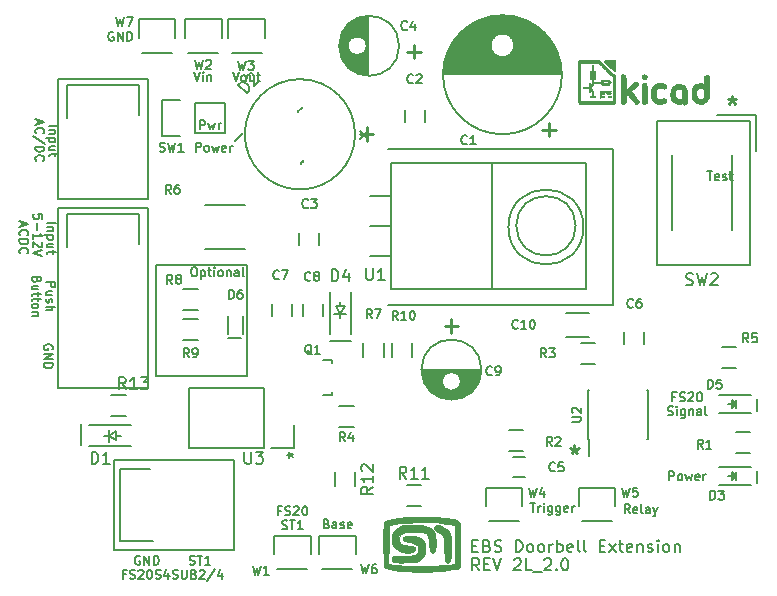
<source format=gto>
G04 #@! TF.FileFunction,Legend,Top*
%FSLAX46Y46*%
G04 Gerber Fmt 4.6, Leading zero omitted, Abs format (unit mm)*
G04 Created by KiCad (PCBNEW 4.0.0-2.201512072331+6194~38~ubuntu14.04.1-stable) date Fri 01 Jul 2016 10:17:29 PM CEST*
%MOMM*%
G01*
G04 APERTURE LIST*
%ADD10C,0.100000*%
%ADD11C,0.127000*%
%ADD12C,0.254000*%
%ADD13C,0.190500*%
%ADD14C,0.150000*%
G04 APERTURE END LIST*
D10*
D11*
X136144000Y-104521000D02*
X136144000Y-102743000D01*
X153071287Y-110092671D02*
X152817287Y-110092671D01*
X152817287Y-110491814D02*
X152817287Y-109729814D01*
X153180144Y-109729814D01*
X153434144Y-110455529D02*
X153543001Y-110491814D01*
X153724430Y-110491814D01*
X153797001Y-110455529D01*
X153833287Y-110419243D01*
X153869572Y-110346671D01*
X153869572Y-110274100D01*
X153833287Y-110201529D01*
X153797001Y-110165243D01*
X153724430Y-110128957D01*
X153579287Y-110092671D01*
X153506715Y-110056386D01*
X153470430Y-110020100D01*
X153434144Y-109947529D01*
X153434144Y-109874957D01*
X153470430Y-109802386D01*
X153506715Y-109766100D01*
X153579287Y-109729814D01*
X153760715Y-109729814D01*
X153869572Y-109766100D01*
X154159858Y-109802386D02*
X154196144Y-109766100D01*
X154268715Y-109729814D01*
X154450144Y-109729814D01*
X154522715Y-109766100D01*
X154559001Y-109802386D01*
X154595286Y-109874957D01*
X154595286Y-109947529D01*
X154559001Y-110056386D01*
X154123572Y-110491814D01*
X154595286Y-110491814D01*
X155067000Y-109729814D02*
X155139572Y-109729814D01*
X155212143Y-109766100D01*
X155248429Y-109802386D01*
X155284715Y-109874957D01*
X155321000Y-110020100D01*
X155321000Y-110201529D01*
X155284715Y-110346671D01*
X155248429Y-110419243D01*
X155212143Y-110455529D01*
X155139572Y-110491814D01*
X155067000Y-110491814D01*
X154994429Y-110455529D01*
X154958143Y-110419243D01*
X154921858Y-110346671D01*
X154885572Y-110201529D01*
X154885572Y-110020100D01*
X154921858Y-109874957D01*
X154958143Y-109802386D01*
X154994429Y-109766100D01*
X155067000Y-109729814D01*
X153180144Y-111649329D02*
X153289001Y-111685614D01*
X153470430Y-111685614D01*
X153543001Y-111649329D01*
X153579287Y-111613043D01*
X153615572Y-111540471D01*
X153615572Y-111467900D01*
X153579287Y-111395329D01*
X153543001Y-111359043D01*
X153470430Y-111322757D01*
X153325287Y-111286471D01*
X153252715Y-111250186D01*
X153216430Y-111213900D01*
X153180144Y-111141329D01*
X153180144Y-111068757D01*
X153216430Y-110996186D01*
X153252715Y-110959900D01*
X153325287Y-110923614D01*
X153506715Y-110923614D01*
X153615572Y-110959900D01*
X153833286Y-110923614D02*
X154268715Y-110923614D01*
X154051001Y-111685614D02*
X154051001Y-110923614D01*
X154921857Y-111685614D02*
X154486429Y-111685614D01*
X154704143Y-111685614D02*
X154704143Y-110923614D01*
X154631572Y-111032471D01*
X154559000Y-111105043D01*
X154486429Y-111141329D01*
X157226000Y-95758000D02*
X159004000Y-95758000D01*
X145875829Y-79694314D02*
X145875829Y-78932314D01*
X146166114Y-78932314D01*
X146238686Y-78968600D01*
X146274971Y-79004886D01*
X146311257Y-79077457D01*
X146311257Y-79186314D01*
X146274971Y-79258886D01*
X146238686Y-79295171D01*
X146166114Y-79331457D01*
X145875829Y-79331457D01*
X146746686Y-79694314D02*
X146674114Y-79658029D01*
X146637829Y-79621743D01*
X146601543Y-79549171D01*
X146601543Y-79331457D01*
X146637829Y-79258886D01*
X146674114Y-79222600D01*
X146746686Y-79186314D01*
X146855543Y-79186314D01*
X146928114Y-79222600D01*
X146964400Y-79258886D01*
X147000686Y-79331457D01*
X147000686Y-79549171D01*
X146964400Y-79621743D01*
X146928114Y-79658029D01*
X146855543Y-79694314D01*
X146746686Y-79694314D01*
X147254686Y-79186314D02*
X147399829Y-79694314D01*
X147544972Y-79331457D01*
X147690115Y-79694314D01*
X147835258Y-79186314D01*
X148415829Y-79658029D02*
X148343258Y-79694314D01*
X148198115Y-79694314D01*
X148125544Y-79658029D01*
X148089258Y-79585457D01*
X148089258Y-79295171D01*
X148125544Y-79222600D01*
X148198115Y-79186314D01*
X148343258Y-79186314D01*
X148415829Y-79222600D01*
X148452115Y-79295171D01*
X148452115Y-79367743D01*
X148089258Y-79440314D01*
X148778687Y-79694314D02*
X148778687Y-79186314D01*
X148778687Y-79331457D02*
X148814972Y-79258886D01*
X148851258Y-79222600D01*
X148923829Y-79186314D01*
X148996401Y-79186314D01*
X138883571Y-69596000D02*
X138811000Y-69559714D01*
X138702143Y-69559714D01*
X138593286Y-69596000D01*
X138520714Y-69668571D01*
X138484429Y-69741143D01*
X138448143Y-69886286D01*
X138448143Y-69995143D01*
X138484429Y-70140286D01*
X138520714Y-70212857D01*
X138593286Y-70285429D01*
X138702143Y-70321714D01*
X138774714Y-70321714D01*
X138883571Y-70285429D01*
X138919857Y-70249143D01*
X138919857Y-69995143D01*
X138774714Y-69995143D01*
X139246429Y-70321714D02*
X139246429Y-69559714D01*
X139681857Y-70321714D01*
X139681857Y-69559714D01*
X140044715Y-70321714D02*
X140044715Y-69559714D01*
X140226143Y-69559714D01*
X140335000Y-69596000D01*
X140407572Y-69668571D01*
X140443857Y-69741143D01*
X140480143Y-69886286D01*
X140480143Y-69995143D01*
X140443857Y-70140286D01*
X140407572Y-70212857D01*
X140335000Y-70285429D01*
X140226143Y-70321714D01*
X140044715Y-70321714D01*
X145727057Y-72937914D02*
X145981057Y-73699914D01*
X146235057Y-72937914D01*
X146489058Y-73699914D02*
X146489058Y-73191914D01*
X146489058Y-72937914D02*
X146452772Y-72974200D01*
X146489058Y-73010486D01*
X146525343Y-72974200D01*
X146489058Y-72937914D01*
X146489058Y-73010486D01*
X146851915Y-73191914D02*
X146851915Y-73699914D01*
X146851915Y-73264486D02*
X146888200Y-73228200D01*
X146960772Y-73191914D01*
X147069629Y-73191914D01*
X147142200Y-73228200D01*
X147178486Y-73300771D01*
X147178486Y-73699914D01*
X156935715Y-111197571D02*
X157044572Y-111233857D01*
X157080857Y-111270143D01*
X157117143Y-111342714D01*
X157117143Y-111451571D01*
X157080857Y-111524143D01*
X157044572Y-111560429D01*
X156972000Y-111596714D01*
X156681715Y-111596714D01*
X156681715Y-110834714D01*
X156935715Y-110834714D01*
X157008286Y-110871000D01*
X157044572Y-110907286D01*
X157080857Y-110979857D01*
X157080857Y-111052429D01*
X157044572Y-111125000D01*
X157008286Y-111161286D01*
X156935715Y-111197571D01*
X156681715Y-111197571D01*
X157770286Y-111596714D02*
X157770286Y-111197571D01*
X157734000Y-111125000D01*
X157661429Y-111088714D01*
X157516286Y-111088714D01*
X157443715Y-111125000D01*
X157770286Y-111560429D02*
X157697715Y-111596714D01*
X157516286Y-111596714D01*
X157443715Y-111560429D01*
X157407429Y-111487857D01*
X157407429Y-111415286D01*
X157443715Y-111342714D01*
X157516286Y-111306429D01*
X157697715Y-111306429D01*
X157770286Y-111270143D01*
X158096858Y-111560429D02*
X158169429Y-111596714D01*
X158314572Y-111596714D01*
X158387144Y-111560429D01*
X158423429Y-111487857D01*
X158423429Y-111451571D01*
X158387144Y-111379000D01*
X158314572Y-111342714D01*
X158205715Y-111342714D01*
X158133144Y-111306429D01*
X158096858Y-111233857D01*
X158096858Y-111197571D01*
X158133144Y-111125000D01*
X158205715Y-111088714D01*
X158314572Y-111088714D01*
X158387144Y-111125000D01*
X159040286Y-111560429D02*
X158967715Y-111596714D01*
X158822572Y-111596714D01*
X158750001Y-111560429D01*
X158713715Y-111487857D01*
X158713715Y-111197571D01*
X158750001Y-111125000D01*
X158822572Y-111088714D01*
X158967715Y-111088714D01*
X159040286Y-111125000D01*
X159076572Y-111197571D01*
X159076572Y-111270143D01*
X158713715Y-111342714D01*
X182607857Y-110326714D02*
X182353857Y-109963857D01*
X182172429Y-110326714D02*
X182172429Y-109564714D01*
X182462714Y-109564714D01*
X182535286Y-109601000D01*
X182571571Y-109637286D01*
X182607857Y-109709857D01*
X182607857Y-109818714D01*
X182571571Y-109891286D01*
X182535286Y-109927571D01*
X182462714Y-109963857D01*
X182172429Y-109963857D01*
X183224714Y-110290429D02*
X183152143Y-110326714D01*
X183007000Y-110326714D01*
X182934429Y-110290429D01*
X182898143Y-110217857D01*
X182898143Y-109927571D01*
X182934429Y-109855000D01*
X183007000Y-109818714D01*
X183152143Y-109818714D01*
X183224714Y-109855000D01*
X183261000Y-109927571D01*
X183261000Y-110000143D01*
X182898143Y-110072714D01*
X183696429Y-110326714D02*
X183623857Y-110290429D01*
X183587572Y-110217857D01*
X183587572Y-109564714D01*
X184313286Y-110326714D02*
X184313286Y-109927571D01*
X184277000Y-109855000D01*
X184204429Y-109818714D01*
X184059286Y-109818714D01*
X183986715Y-109855000D01*
X184313286Y-110290429D02*
X184240715Y-110326714D01*
X184059286Y-110326714D01*
X183986715Y-110290429D01*
X183950429Y-110217857D01*
X183950429Y-110145286D01*
X183986715Y-110072714D01*
X184059286Y-110036429D01*
X184240715Y-110036429D01*
X184313286Y-110000143D01*
X184603572Y-109818714D02*
X184785001Y-110326714D01*
X184966429Y-109818714D02*
X184785001Y-110326714D01*
X184712429Y-110508143D01*
X184676144Y-110544429D01*
X184603572Y-110580714D01*
X174189571Y-109437714D02*
X174625000Y-109437714D01*
X174407286Y-110199714D02*
X174407286Y-109437714D01*
X174879000Y-110199714D02*
X174879000Y-109691714D01*
X174879000Y-109836857D02*
X174915285Y-109764286D01*
X174951571Y-109728000D01*
X175024142Y-109691714D01*
X175096714Y-109691714D01*
X175350714Y-110199714D02*
X175350714Y-109691714D01*
X175350714Y-109437714D02*
X175314428Y-109474000D01*
X175350714Y-109510286D01*
X175386999Y-109474000D01*
X175350714Y-109437714D01*
X175350714Y-109510286D01*
X176040142Y-109691714D02*
X176040142Y-110308571D01*
X176003856Y-110381143D01*
X175967571Y-110417429D01*
X175894999Y-110453714D01*
X175786142Y-110453714D01*
X175713571Y-110417429D01*
X176040142Y-110163429D02*
X175967571Y-110199714D01*
X175822428Y-110199714D01*
X175749856Y-110163429D01*
X175713571Y-110127143D01*
X175677285Y-110054571D01*
X175677285Y-109836857D01*
X175713571Y-109764286D01*
X175749856Y-109728000D01*
X175822428Y-109691714D01*
X175967571Y-109691714D01*
X176040142Y-109728000D01*
X176729571Y-109691714D02*
X176729571Y-110308571D01*
X176693285Y-110381143D01*
X176657000Y-110417429D01*
X176584428Y-110453714D01*
X176475571Y-110453714D01*
X176403000Y-110417429D01*
X176729571Y-110163429D02*
X176657000Y-110199714D01*
X176511857Y-110199714D01*
X176439285Y-110163429D01*
X176403000Y-110127143D01*
X176366714Y-110054571D01*
X176366714Y-109836857D01*
X176403000Y-109764286D01*
X176439285Y-109728000D01*
X176511857Y-109691714D01*
X176657000Y-109691714D01*
X176729571Y-109728000D01*
X177382714Y-110163429D02*
X177310143Y-110199714D01*
X177165000Y-110199714D01*
X177092429Y-110163429D01*
X177056143Y-110090857D01*
X177056143Y-109800571D01*
X177092429Y-109728000D01*
X177165000Y-109691714D01*
X177310143Y-109691714D01*
X177382714Y-109728000D01*
X177419000Y-109800571D01*
X177419000Y-109873143D01*
X177056143Y-109945714D01*
X177745572Y-110199714D02*
X177745572Y-109691714D01*
X177745572Y-109836857D02*
X177781857Y-109764286D01*
X177818143Y-109728000D01*
X177890714Y-109691714D01*
X177963286Y-109691714D01*
X149003656Y-72988714D02*
X149257656Y-73750714D01*
X149511656Y-72988714D01*
X149874514Y-73750714D02*
X149801942Y-73714429D01*
X149765657Y-73678143D01*
X149729371Y-73605571D01*
X149729371Y-73387857D01*
X149765657Y-73315286D01*
X149801942Y-73279000D01*
X149874514Y-73242714D01*
X149983371Y-73242714D01*
X150055942Y-73279000D01*
X150092228Y-73315286D01*
X150128514Y-73387857D01*
X150128514Y-73605571D01*
X150092228Y-73678143D01*
X150055942Y-73714429D01*
X149983371Y-73750714D01*
X149874514Y-73750714D01*
X150781657Y-73242714D02*
X150781657Y-73750714D01*
X150455086Y-73242714D02*
X150455086Y-73641857D01*
X150491371Y-73714429D01*
X150563943Y-73750714D01*
X150672800Y-73750714D01*
X150745371Y-73714429D01*
X150781657Y-73678143D01*
X151035657Y-73242714D02*
X151325943Y-73242714D01*
X151144515Y-72988714D02*
X151144515Y-73641857D01*
X151180800Y-73714429D01*
X151253372Y-73750714D01*
X151325943Y-73750714D01*
D12*
X191262000Y-74984429D02*
X191262000Y-75347286D01*
X190899143Y-75202143D02*
X191262000Y-75347286D01*
X191624858Y-75202143D01*
X191044286Y-75637571D02*
X191262000Y-75347286D01*
X191479715Y-75637571D01*
X177927000Y-104575429D02*
X177927000Y-104938286D01*
X177564143Y-104793143D02*
X177927000Y-104938286D01*
X178289858Y-104793143D01*
X177709286Y-105228571D02*
X177927000Y-104938286D01*
X178144715Y-105228571D01*
X163757429Y-71228857D02*
X164918572Y-71228857D01*
X164338001Y-71809429D02*
X164338001Y-70648286D01*
X159744229Y-78188457D02*
X160905372Y-78188457D01*
X160324801Y-78769029D02*
X160324801Y-77607886D01*
D11*
X133310086Y-85743143D02*
X134072086Y-85743143D01*
X133818086Y-86106000D02*
X133310086Y-86106000D01*
X133745514Y-86106000D02*
X133781800Y-86142285D01*
X133818086Y-86214857D01*
X133818086Y-86323714D01*
X133781800Y-86396285D01*
X133709229Y-86432571D01*
X133310086Y-86432571D01*
X133818086Y-86795429D02*
X133056086Y-86795429D01*
X133781800Y-86795429D02*
X133818086Y-86868000D01*
X133818086Y-87013143D01*
X133781800Y-87085714D01*
X133745514Y-87122000D01*
X133672943Y-87158286D01*
X133455229Y-87158286D01*
X133382657Y-87122000D01*
X133346371Y-87085714D01*
X133310086Y-87013143D01*
X133310086Y-86868000D01*
X133346371Y-86795429D01*
X133818086Y-87811429D02*
X133310086Y-87811429D01*
X133818086Y-87484858D02*
X133418943Y-87484858D01*
X133346371Y-87521143D01*
X133310086Y-87593715D01*
X133310086Y-87702572D01*
X133346371Y-87775143D01*
X133382657Y-87811429D01*
X133818086Y-88065429D02*
X133818086Y-88355715D01*
X134072086Y-88174287D02*
X133418943Y-88174287D01*
X133346371Y-88210572D01*
X133310086Y-88283144D01*
X133310086Y-88355715D01*
X132878286Y-85362144D02*
X132878286Y-84999287D01*
X132515429Y-84963001D01*
X132551714Y-84999287D01*
X132588000Y-85071858D01*
X132588000Y-85253287D01*
X132551714Y-85325858D01*
X132515429Y-85362144D01*
X132442857Y-85398429D01*
X132261429Y-85398429D01*
X132188857Y-85362144D01*
X132152571Y-85325858D01*
X132116286Y-85253287D01*
X132116286Y-85071858D01*
X132152571Y-84999287D01*
X132188857Y-84963001D01*
X132406571Y-85725001D02*
X132406571Y-86305572D01*
X132116286Y-87067572D02*
X132116286Y-86632144D01*
X132116286Y-86849858D02*
X132878286Y-86849858D01*
X132769429Y-86777287D01*
X132696857Y-86704715D01*
X132660571Y-86632144D01*
X132805714Y-87357858D02*
X132842000Y-87394144D01*
X132878286Y-87466715D01*
X132878286Y-87648144D01*
X132842000Y-87720715D01*
X132805714Y-87757001D01*
X132733143Y-87793286D01*
X132660571Y-87793286D01*
X132551714Y-87757001D01*
X132116286Y-87321572D01*
X132116286Y-87793286D01*
X132878286Y-88011000D02*
X132116286Y-88265000D01*
X132878286Y-88519000D01*
X131140200Y-85670572D02*
X131140200Y-86033429D01*
X130922486Y-85598000D02*
X131684486Y-85852000D01*
X130922486Y-86106000D01*
X130995057Y-86795429D02*
X130958771Y-86759143D01*
X130922486Y-86650286D01*
X130922486Y-86577715D01*
X130958771Y-86468858D01*
X131031343Y-86396286D01*
X131103914Y-86360001D01*
X131249057Y-86323715D01*
X131357914Y-86323715D01*
X131503057Y-86360001D01*
X131575629Y-86396286D01*
X131648200Y-86468858D01*
X131684486Y-86577715D01*
X131684486Y-86650286D01*
X131648200Y-86759143D01*
X131611914Y-86795429D01*
X130922486Y-87122001D02*
X131684486Y-87122001D01*
X131684486Y-87303429D01*
X131648200Y-87412286D01*
X131575629Y-87484858D01*
X131503057Y-87521143D01*
X131357914Y-87557429D01*
X131249057Y-87557429D01*
X131103914Y-87521143D01*
X131031343Y-87484858D01*
X130958771Y-87412286D01*
X130922486Y-87303429D01*
X130922486Y-87122001D01*
X130995057Y-88319429D02*
X130958771Y-88283143D01*
X130922486Y-88174286D01*
X130922486Y-88101715D01*
X130958771Y-87992858D01*
X131031343Y-87920286D01*
X131103914Y-87884001D01*
X131249057Y-87847715D01*
X131357914Y-87847715D01*
X131503057Y-87884001D01*
X131575629Y-87920286D01*
X131648200Y-87992858D01*
X131684486Y-88101715D01*
X131684486Y-88174286D01*
X131648200Y-88283143D01*
X131611914Y-88319429D01*
X133221186Y-90750572D02*
X133983186Y-90750572D01*
X133983186Y-91040857D01*
X133946900Y-91113429D01*
X133910614Y-91149714D01*
X133838043Y-91186000D01*
X133729186Y-91186000D01*
X133656614Y-91149714D01*
X133620329Y-91113429D01*
X133584043Y-91040857D01*
X133584043Y-90750572D01*
X133729186Y-91839143D02*
X133221186Y-91839143D01*
X133729186Y-91512572D02*
X133330043Y-91512572D01*
X133257471Y-91548857D01*
X133221186Y-91621429D01*
X133221186Y-91730286D01*
X133257471Y-91802857D01*
X133293757Y-91839143D01*
X133257471Y-92165715D02*
X133221186Y-92238286D01*
X133221186Y-92383429D01*
X133257471Y-92456001D01*
X133330043Y-92492286D01*
X133366329Y-92492286D01*
X133438900Y-92456001D01*
X133475186Y-92383429D01*
X133475186Y-92274572D01*
X133511471Y-92202001D01*
X133584043Y-92165715D01*
X133620329Y-92165715D01*
X133692900Y-92202001D01*
X133729186Y-92274572D01*
X133729186Y-92383429D01*
X133692900Y-92456001D01*
X133221186Y-92818858D02*
X133983186Y-92818858D01*
X133221186Y-93145429D02*
X133620329Y-93145429D01*
X133692900Y-93109143D01*
X133729186Y-93036572D01*
X133729186Y-92927715D01*
X133692900Y-92855143D01*
X133656614Y-92818858D01*
X132426529Y-90532857D02*
X132390243Y-90641714D01*
X132353957Y-90677999D01*
X132281386Y-90714285D01*
X132172529Y-90714285D01*
X132099957Y-90677999D01*
X132063671Y-90641714D01*
X132027386Y-90569142D01*
X132027386Y-90278857D01*
X132789386Y-90278857D01*
X132789386Y-90532857D01*
X132753100Y-90605428D01*
X132716814Y-90641714D01*
X132644243Y-90677999D01*
X132571671Y-90677999D01*
X132499100Y-90641714D01*
X132462814Y-90605428D01*
X132426529Y-90532857D01*
X132426529Y-90278857D01*
X132535386Y-91367428D02*
X132027386Y-91367428D01*
X132535386Y-91040857D02*
X132136243Y-91040857D01*
X132063671Y-91077142D01*
X132027386Y-91149714D01*
X132027386Y-91258571D01*
X132063671Y-91331142D01*
X132099957Y-91367428D01*
X132535386Y-91621428D02*
X132535386Y-91911714D01*
X132789386Y-91730286D02*
X132136243Y-91730286D01*
X132063671Y-91766571D01*
X132027386Y-91839143D01*
X132027386Y-91911714D01*
X132535386Y-92056857D02*
X132535386Y-92347143D01*
X132789386Y-92165715D02*
X132136243Y-92165715D01*
X132063671Y-92202000D01*
X132027386Y-92274572D01*
X132027386Y-92347143D01*
X132027386Y-92710001D02*
X132063671Y-92637429D01*
X132099957Y-92601144D01*
X132172529Y-92564858D01*
X132390243Y-92564858D01*
X132462814Y-92601144D01*
X132499100Y-92637429D01*
X132535386Y-92710001D01*
X132535386Y-92818858D01*
X132499100Y-92891429D01*
X132462814Y-92927715D01*
X132390243Y-92964001D01*
X132172529Y-92964001D01*
X132099957Y-92927715D01*
X132063671Y-92891429D01*
X132027386Y-92818858D01*
X132027386Y-92710001D01*
X132535386Y-93290573D02*
X132027386Y-93290573D01*
X132462814Y-93290573D02*
X132499100Y-93326858D01*
X132535386Y-93399430D01*
X132535386Y-93508287D01*
X132499100Y-93580858D01*
X132426529Y-93617144D01*
X132027386Y-93617144D01*
X133731000Y-96447428D02*
X133767286Y-96374857D01*
X133767286Y-96266000D01*
X133731000Y-96157143D01*
X133658429Y-96084571D01*
X133585857Y-96048286D01*
X133440714Y-96012000D01*
X133331857Y-96012000D01*
X133186714Y-96048286D01*
X133114143Y-96084571D01*
X133041571Y-96157143D01*
X133005286Y-96266000D01*
X133005286Y-96338571D01*
X133041571Y-96447428D01*
X133077857Y-96483714D01*
X133331857Y-96483714D01*
X133331857Y-96338571D01*
X133005286Y-96810286D02*
X133767286Y-96810286D01*
X133005286Y-97245714D01*
X133767286Y-97245714D01*
X133005286Y-97608572D02*
X133767286Y-97608572D01*
X133767286Y-97790000D01*
X133731000Y-97898857D01*
X133658429Y-97971429D01*
X133585857Y-98007714D01*
X133440714Y-98044000D01*
X133331857Y-98044000D01*
X133186714Y-98007714D01*
X133114143Y-97971429D01*
X133041571Y-97898857D01*
X133005286Y-97790000D01*
X133005286Y-97608572D01*
X145650856Y-89498714D02*
X145795999Y-89498714D01*
X145868571Y-89535000D01*
X145941142Y-89607571D01*
X145977428Y-89752714D01*
X145977428Y-90006714D01*
X145941142Y-90151857D01*
X145868571Y-90224429D01*
X145795999Y-90260714D01*
X145650856Y-90260714D01*
X145578285Y-90224429D01*
X145505714Y-90151857D01*
X145469428Y-90006714D01*
X145469428Y-89752714D01*
X145505714Y-89607571D01*
X145578285Y-89535000D01*
X145650856Y-89498714D01*
X146304000Y-89752714D02*
X146304000Y-90514714D01*
X146304000Y-89789000D02*
X146376571Y-89752714D01*
X146521714Y-89752714D01*
X146594285Y-89789000D01*
X146630571Y-89825286D01*
X146666857Y-89897857D01*
X146666857Y-90115571D01*
X146630571Y-90188143D01*
X146594285Y-90224429D01*
X146521714Y-90260714D01*
X146376571Y-90260714D01*
X146304000Y-90224429D01*
X146884571Y-89752714D02*
X147174857Y-89752714D01*
X146993429Y-89498714D02*
X146993429Y-90151857D01*
X147029714Y-90224429D01*
X147102286Y-90260714D01*
X147174857Y-90260714D01*
X147428858Y-90260714D02*
X147428858Y-89752714D01*
X147428858Y-89498714D02*
X147392572Y-89535000D01*
X147428858Y-89571286D01*
X147465143Y-89535000D01*
X147428858Y-89498714D01*
X147428858Y-89571286D01*
X147900572Y-90260714D02*
X147828000Y-90224429D01*
X147791715Y-90188143D01*
X147755429Y-90115571D01*
X147755429Y-89897857D01*
X147791715Y-89825286D01*
X147828000Y-89789000D01*
X147900572Y-89752714D01*
X148009429Y-89752714D01*
X148082000Y-89789000D01*
X148118286Y-89825286D01*
X148154572Y-89897857D01*
X148154572Y-90115571D01*
X148118286Y-90188143D01*
X148082000Y-90224429D01*
X148009429Y-90260714D01*
X147900572Y-90260714D01*
X148481144Y-89752714D02*
X148481144Y-90260714D01*
X148481144Y-89825286D02*
X148517429Y-89789000D01*
X148590001Y-89752714D01*
X148698858Y-89752714D01*
X148771429Y-89789000D01*
X148807715Y-89861571D01*
X148807715Y-90260714D01*
X149497144Y-90260714D02*
X149497144Y-89861571D01*
X149460858Y-89789000D01*
X149388287Y-89752714D01*
X149243144Y-89752714D01*
X149170573Y-89789000D01*
X149497144Y-90224429D02*
X149424573Y-90260714D01*
X149243144Y-90260714D01*
X149170573Y-90224429D01*
X149134287Y-90151857D01*
X149134287Y-90079286D01*
X149170573Y-90006714D01*
X149243144Y-89970429D01*
X149424573Y-89970429D01*
X149497144Y-89934143D01*
X149968859Y-90260714D02*
X149896287Y-90224429D01*
X149860002Y-90151857D01*
X149860002Y-89498714D01*
X150241000Y-89281000D02*
X142494000Y-89281000D01*
X150241000Y-98679000D02*
X150241000Y-89281000D01*
X142494000Y-98679000D02*
X150241000Y-98679000D01*
X142494000Y-89281000D02*
X142494000Y-98679000D01*
X169278905Y-113071729D02*
X169617571Y-113071729D01*
X169762714Y-113603919D02*
X169278905Y-113603919D01*
X169278905Y-112587919D01*
X169762714Y-112587919D01*
X170536809Y-113071729D02*
X170681952Y-113120110D01*
X170730333Y-113168490D01*
X170778714Y-113265252D01*
X170778714Y-113410395D01*
X170730333Y-113507157D01*
X170681952Y-113555538D01*
X170585190Y-113603919D01*
X170198143Y-113603919D01*
X170198143Y-112587919D01*
X170536809Y-112587919D01*
X170633571Y-112636300D01*
X170681952Y-112684681D01*
X170730333Y-112781443D01*
X170730333Y-112878205D01*
X170681952Y-112974967D01*
X170633571Y-113023348D01*
X170536809Y-113071729D01*
X170198143Y-113071729D01*
X171165762Y-113555538D02*
X171310905Y-113603919D01*
X171552809Y-113603919D01*
X171649571Y-113555538D01*
X171697952Y-113507157D01*
X171746333Y-113410395D01*
X171746333Y-113313633D01*
X171697952Y-113216871D01*
X171649571Y-113168490D01*
X171552809Y-113120110D01*
X171359286Y-113071729D01*
X171262524Y-113023348D01*
X171214143Y-112974967D01*
X171165762Y-112878205D01*
X171165762Y-112781443D01*
X171214143Y-112684681D01*
X171262524Y-112636300D01*
X171359286Y-112587919D01*
X171601190Y-112587919D01*
X171746333Y-112636300D01*
X172955857Y-113603919D02*
X172955857Y-112587919D01*
X173197762Y-112587919D01*
X173342904Y-112636300D01*
X173439666Y-112733062D01*
X173488047Y-112829824D01*
X173536428Y-113023348D01*
X173536428Y-113168490D01*
X173488047Y-113362014D01*
X173439666Y-113458776D01*
X173342904Y-113555538D01*
X173197762Y-113603919D01*
X172955857Y-113603919D01*
X174117000Y-113603919D02*
X174020238Y-113555538D01*
X173971857Y-113507157D01*
X173923476Y-113410395D01*
X173923476Y-113120110D01*
X173971857Y-113023348D01*
X174020238Y-112974967D01*
X174117000Y-112926586D01*
X174262142Y-112926586D01*
X174358904Y-112974967D01*
X174407285Y-113023348D01*
X174455666Y-113120110D01*
X174455666Y-113410395D01*
X174407285Y-113507157D01*
X174358904Y-113555538D01*
X174262142Y-113603919D01*
X174117000Y-113603919D01*
X175036238Y-113603919D02*
X174939476Y-113555538D01*
X174891095Y-113507157D01*
X174842714Y-113410395D01*
X174842714Y-113120110D01*
X174891095Y-113023348D01*
X174939476Y-112974967D01*
X175036238Y-112926586D01*
X175181380Y-112926586D01*
X175278142Y-112974967D01*
X175326523Y-113023348D01*
X175374904Y-113120110D01*
X175374904Y-113410395D01*
X175326523Y-113507157D01*
X175278142Y-113555538D01*
X175181380Y-113603919D01*
X175036238Y-113603919D01*
X175810333Y-113603919D02*
X175810333Y-112926586D01*
X175810333Y-113120110D02*
X175858714Y-113023348D01*
X175907095Y-112974967D01*
X176003857Y-112926586D01*
X176100618Y-112926586D01*
X176439285Y-113603919D02*
X176439285Y-112587919D01*
X176439285Y-112974967D02*
X176536047Y-112926586D01*
X176729570Y-112926586D01*
X176826332Y-112974967D01*
X176874713Y-113023348D01*
X176923094Y-113120110D01*
X176923094Y-113410395D01*
X176874713Y-113507157D01*
X176826332Y-113555538D01*
X176729570Y-113603919D01*
X176536047Y-113603919D01*
X176439285Y-113555538D01*
X177745570Y-113555538D02*
X177648808Y-113603919D01*
X177455285Y-113603919D01*
X177358523Y-113555538D01*
X177310142Y-113458776D01*
X177310142Y-113071729D01*
X177358523Y-112974967D01*
X177455285Y-112926586D01*
X177648808Y-112926586D01*
X177745570Y-112974967D01*
X177793951Y-113071729D01*
X177793951Y-113168490D01*
X177310142Y-113265252D01*
X178374523Y-113603919D02*
X178277761Y-113555538D01*
X178229380Y-113458776D01*
X178229380Y-112587919D01*
X178906713Y-113603919D02*
X178809951Y-113555538D01*
X178761570Y-113458776D01*
X178761570Y-112587919D01*
X180067855Y-113071729D02*
X180406521Y-113071729D01*
X180551664Y-113603919D02*
X180067855Y-113603919D01*
X180067855Y-112587919D01*
X180551664Y-112587919D01*
X180890331Y-113603919D02*
X181422521Y-112926586D01*
X180890331Y-112926586D02*
X181422521Y-113603919D01*
X181664426Y-112926586D02*
X182051474Y-112926586D01*
X181809569Y-112587919D02*
X181809569Y-113458776D01*
X181857950Y-113555538D01*
X181954712Y-113603919D01*
X182051474Y-113603919D01*
X182777187Y-113555538D02*
X182680425Y-113603919D01*
X182486902Y-113603919D01*
X182390140Y-113555538D01*
X182341759Y-113458776D01*
X182341759Y-113071729D01*
X182390140Y-112974967D01*
X182486902Y-112926586D01*
X182680425Y-112926586D01*
X182777187Y-112974967D01*
X182825568Y-113071729D01*
X182825568Y-113168490D01*
X182341759Y-113265252D01*
X183260997Y-112926586D02*
X183260997Y-113603919D01*
X183260997Y-113023348D02*
X183309378Y-112974967D01*
X183406140Y-112926586D01*
X183551282Y-112926586D01*
X183648044Y-112974967D01*
X183696425Y-113071729D01*
X183696425Y-113603919D01*
X184131854Y-113555538D02*
X184228616Y-113603919D01*
X184422140Y-113603919D01*
X184518901Y-113555538D01*
X184567282Y-113458776D01*
X184567282Y-113410395D01*
X184518901Y-113313633D01*
X184422140Y-113265252D01*
X184276997Y-113265252D01*
X184180235Y-113216871D01*
X184131854Y-113120110D01*
X184131854Y-113071729D01*
X184180235Y-112974967D01*
X184276997Y-112926586D01*
X184422140Y-112926586D01*
X184518901Y-112974967D01*
X185002711Y-113603919D02*
X185002711Y-112926586D01*
X185002711Y-112587919D02*
X184954330Y-112636300D01*
X185002711Y-112684681D01*
X185051092Y-112636300D01*
X185002711Y-112587919D01*
X185002711Y-112684681D01*
X185631664Y-113603919D02*
X185534902Y-113555538D01*
X185486521Y-113507157D01*
X185438140Y-113410395D01*
X185438140Y-113120110D01*
X185486521Y-113023348D01*
X185534902Y-112974967D01*
X185631664Y-112926586D01*
X185776806Y-112926586D01*
X185873568Y-112974967D01*
X185921949Y-113023348D01*
X185970330Y-113120110D01*
X185970330Y-113410395D01*
X185921949Y-113507157D01*
X185873568Y-113555538D01*
X185776806Y-113603919D01*
X185631664Y-113603919D01*
X186405759Y-112926586D02*
X186405759Y-113603919D01*
X186405759Y-113023348D02*
X186454140Y-112974967D01*
X186550902Y-112926586D01*
X186696044Y-112926586D01*
X186792806Y-112974967D01*
X186841187Y-113071729D01*
X186841187Y-113603919D01*
X169859476Y-115153319D02*
X169520810Y-114669510D01*
X169278905Y-115153319D02*
X169278905Y-114137319D01*
X169665952Y-114137319D01*
X169762714Y-114185700D01*
X169811095Y-114234081D01*
X169859476Y-114330843D01*
X169859476Y-114475986D01*
X169811095Y-114572748D01*
X169762714Y-114621129D01*
X169665952Y-114669510D01*
X169278905Y-114669510D01*
X170294905Y-114621129D02*
X170633571Y-114621129D01*
X170778714Y-115153319D02*
X170294905Y-115153319D01*
X170294905Y-114137319D01*
X170778714Y-114137319D01*
X171069000Y-114137319D02*
X171407667Y-115153319D01*
X171746333Y-114137319D01*
X172810714Y-114234081D02*
X172859095Y-114185700D01*
X172955857Y-114137319D01*
X173197761Y-114137319D01*
X173294523Y-114185700D01*
X173342904Y-114234081D01*
X173391285Y-114330843D01*
X173391285Y-114427605D01*
X173342904Y-114572748D01*
X172762333Y-115153319D01*
X173391285Y-115153319D01*
X174310523Y-115153319D02*
X173826714Y-115153319D01*
X173826714Y-114137319D01*
X174407285Y-115250081D02*
X175181380Y-115250081D01*
X175374904Y-114234081D02*
X175423285Y-114185700D01*
X175520047Y-114137319D01*
X175761951Y-114137319D01*
X175858713Y-114185700D01*
X175907094Y-114234081D01*
X175955475Y-114330843D01*
X175955475Y-114427605D01*
X175907094Y-114572748D01*
X175326523Y-115153319D01*
X175955475Y-115153319D01*
X176390904Y-115056557D02*
X176439285Y-115104938D01*
X176390904Y-115153319D01*
X176342523Y-115104938D01*
X176390904Y-115056557D01*
X176390904Y-115153319D01*
X177068238Y-114137319D02*
X177164999Y-114137319D01*
X177261761Y-114185700D01*
X177310142Y-114234081D01*
X177358523Y-114330843D01*
X177406904Y-114524367D01*
X177406904Y-114766271D01*
X177358523Y-114959795D01*
X177310142Y-115056557D01*
X177261761Y-115104938D01*
X177164999Y-115153319D01*
X177068238Y-115153319D01*
X176971476Y-115104938D01*
X176923095Y-115056557D01*
X176874714Y-114959795D01*
X176826333Y-114766271D01*
X176826333Y-114524367D01*
X176874714Y-114330843D01*
X176923095Y-114234081D01*
X176971476Y-114185700D01*
X177068238Y-114137319D01*
X189175571Y-81370714D02*
X189611000Y-81370714D01*
X189393286Y-82132714D02*
X189393286Y-81370714D01*
X190155285Y-82096429D02*
X190082714Y-82132714D01*
X189937571Y-82132714D01*
X189865000Y-82096429D01*
X189828714Y-82023857D01*
X189828714Y-81733571D01*
X189865000Y-81661000D01*
X189937571Y-81624714D01*
X190082714Y-81624714D01*
X190155285Y-81661000D01*
X190191571Y-81733571D01*
X190191571Y-81806143D01*
X189828714Y-81878714D01*
X190481857Y-82096429D02*
X190554428Y-82132714D01*
X190699571Y-82132714D01*
X190772143Y-82096429D01*
X190808428Y-82023857D01*
X190808428Y-81987571D01*
X190772143Y-81915000D01*
X190699571Y-81878714D01*
X190590714Y-81878714D01*
X190518143Y-81842429D01*
X190481857Y-81769857D01*
X190481857Y-81733571D01*
X190518143Y-81661000D01*
X190590714Y-81624714D01*
X190699571Y-81624714D01*
X190772143Y-81661000D01*
X191026142Y-81624714D02*
X191316428Y-81624714D01*
X191135000Y-81370714D02*
X191135000Y-82023857D01*
X191171285Y-82096429D01*
X191243857Y-82132714D01*
X191316428Y-82132714D01*
X186472287Y-100440671D02*
X186218287Y-100440671D01*
X186218287Y-100839814D02*
X186218287Y-100077814D01*
X186581144Y-100077814D01*
X186835144Y-100803529D02*
X186944001Y-100839814D01*
X187125430Y-100839814D01*
X187198001Y-100803529D01*
X187234287Y-100767243D01*
X187270572Y-100694671D01*
X187270572Y-100622100D01*
X187234287Y-100549529D01*
X187198001Y-100513243D01*
X187125430Y-100476957D01*
X186980287Y-100440671D01*
X186907715Y-100404386D01*
X186871430Y-100368100D01*
X186835144Y-100295529D01*
X186835144Y-100222957D01*
X186871430Y-100150386D01*
X186907715Y-100114100D01*
X186980287Y-100077814D01*
X187161715Y-100077814D01*
X187270572Y-100114100D01*
X187560858Y-100150386D02*
X187597144Y-100114100D01*
X187669715Y-100077814D01*
X187851144Y-100077814D01*
X187923715Y-100114100D01*
X187960001Y-100150386D01*
X187996286Y-100222957D01*
X187996286Y-100295529D01*
X187960001Y-100404386D01*
X187524572Y-100839814D01*
X187996286Y-100839814D01*
X188468000Y-100077814D02*
X188540572Y-100077814D01*
X188613143Y-100114100D01*
X188649429Y-100150386D01*
X188685715Y-100222957D01*
X188722000Y-100368100D01*
X188722000Y-100549529D01*
X188685715Y-100694671D01*
X188649429Y-100767243D01*
X188613143Y-100803529D01*
X188540572Y-100839814D01*
X188468000Y-100839814D01*
X188395429Y-100803529D01*
X188359143Y-100767243D01*
X188322858Y-100694671D01*
X188286572Y-100549529D01*
X188286572Y-100368100D01*
X188322858Y-100222957D01*
X188359143Y-100150386D01*
X188395429Y-100114100D01*
X188468000Y-100077814D01*
X185819143Y-101997329D02*
X185928000Y-102033614D01*
X186109429Y-102033614D01*
X186182000Y-101997329D01*
X186218286Y-101961043D01*
X186254571Y-101888471D01*
X186254571Y-101815900D01*
X186218286Y-101743329D01*
X186182000Y-101707043D01*
X186109429Y-101670757D01*
X185964286Y-101634471D01*
X185891714Y-101598186D01*
X185855429Y-101561900D01*
X185819143Y-101489329D01*
X185819143Y-101416757D01*
X185855429Y-101344186D01*
X185891714Y-101307900D01*
X185964286Y-101271614D01*
X186145714Y-101271614D01*
X186254571Y-101307900D01*
X186581143Y-102033614D02*
X186581143Y-101525614D01*
X186581143Y-101271614D02*
X186544857Y-101307900D01*
X186581143Y-101344186D01*
X186617428Y-101307900D01*
X186581143Y-101271614D01*
X186581143Y-101344186D01*
X187270571Y-101525614D02*
X187270571Y-102142471D01*
X187234285Y-102215043D01*
X187198000Y-102251329D01*
X187125428Y-102287614D01*
X187016571Y-102287614D01*
X186944000Y-102251329D01*
X187270571Y-101997329D02*
X187198000Y-102033614D01*
X187052857Y-102033614D01*
X186980285Y-101997329D01*
X186944000Y-101961043D01*
X186907714Y-101888471D01*
X186907714Y-101670757D01*
X186944000Y-101598186D01*
X186980285Y-101561900D01*
X187052857Y-101525614D01*
X187198000Y-101525614D01*
X187270571Y-101561900D01*
X187633429Y-101525614D02*
X187633429Y-102033614D01*
X187633429Y-101598186D02*
X187669714Y-101561900D01*
X187742286Y-101525614D01*
X187851143Y-101525614D01*
X187923714Y-101561900D01*
X187960000Y-101634471D01*
X187960000Y-102033614D01*
X188649429Y-102033614D02*
X188649429Y-101634471D01*
X188613143Y-101561900D01*
X188540572Y-101525614D01*
X188395429Y-101525614D01*
X188322858Y-101561900D01*
X188649429Y-101997329D02*
X188576858Y-102033614D01*
X188395429Y-102033614D01*
X188322858Y-101997329D01*
X188286572Y-101924757D01*
X188286572Y-101852186D01*
X188322858Y-101779614D01*
X188395429Y-101743329D01*
X188576858Y-101743329D01*
X188649429Y-101707043D01*
X189121144Y-102033614D02*
X189048572Y-101997329D01*
X189012287Y-101924757D01*
X189012287Y-101271614D01*
D12*
X166932429Y-94469857D02*
X168093572Y-94469857D01*
X167513001Y-95050429D02*
X167513001Y-93889286D01*
X175187429Y-77832857D02*
X176348572Y-77832857D01*
X175768001Y-78413429D02*
X175768001Y-77252286D01*
D13*
X149696714Y-95504000D02*
X148608143Y-95504000D01*
X193421000Y-107786714D02*
X193421000Y-106698143D01*
X193421000Y-101690714D02*
X193421000Y-100602143D01*
D11*
X185946143Y-107532714D02*
X185946143Y-106770714D01*
X186236428Y-106770714D01*
X186309000Y-106807000D01*
X186345285Y-106843286D01*
X186381571Y-106915857D01*
X186381571Y-107024714D01*
X186345285Y-107097286D01*
X186309000Y-107133571D01*
X186236428Y-107169857D01*
X185946143Y-107169857D01*
X186817000Y-107532714D02*
X186744428Y-107496429D01*
X186708143Y-107460143D01*
X186671857Y-107387571D01*
X186671857Y-107169857D01*
X186708143Y-107097286D01*
X186744428Y-107061000D01*
X186817000Y-107024714D01*
X186925857Y-107024714D01*
X186998428Y-107061000D01*
X187034714Y-107097286D01*
X187071000Y-107169857D01*
X187071000Y-107387571D01*
X187034714Y-107460143D01*
X186998428Y-107496429D01*
X186925857Y-107532714D01*
X186817000Y-107532714D01*
X187325000Y-107024714D02*
X187470143Y-107532714D01*
X187615286Y-107169857D01*
X187760429Y-107532714D01*
X187905572Y-107024714D01*
X188486143Y-107496429D02*
X188413572Y-107532714D01*
X188268429Y-107532714D01*
X188195858Y-107496429D01*
X188159572Y-107423857D01*
X188159572Y-107133571D01*
X188195858Y-107061000D01*
X188268429Y-107024714D01*
X188413572Y-107024714D01*
X188486143Y-107061000D01*
X188522429Y-107133571D01*
X188522429Y-107206143D01*
X188159572Y-107278714D01*
X188849001Y-107532714D02*
X188849001Y-107024714D01*
X188849001Y-107169857D02*
X188885286Y-107097286D01*
X188921572Y-107061000D01*
X188994143Y-107024714D01*
X189066715Y-107024714D01*
X146231429Y-77814714D02*
X146231429Y-77052714D01*
X146521714Y-77052714D01*
X146594286Y-77089000D01*
X146630571Y-77125286D01*
X146666857Y-77197857D01*
X146666857Y-77306714D01*
X146630571Y-77379286D01*
X146594286Y-77415571D01*
X146521714Y-77451857D01*
X146231429Y-77451857D01*
X146920857Y-77306714D02*
X147066000Y-77814714D01*
X147211143Y-77451857D01*
X147356286Y-77814714D01*
X147501429Y-77306714D01*
X147791715Y-77814714D02*
X147791715Y-77306714D01*
X147791715Y-77451857D02*
X147828000Y-77379286D01*
X147864286Y-77343000D01*
X147936857Y-77306714D01*
X148009429Y-77306714D01*
X133475186Y-77488143D02*
X134237186Y-77488143D01*
X133983186Y-77851000D02*
X133475186Y-77851000D01*
X133910614Y-77851000D02*
X133946900Y-77887285D01*
X133983186Y-77959857D01*
X133983186Y-78068714D01*
X133946900Y-78141285D01*
X133874329Y-78177571D01*
X133475186Y-78177571D01*
X133983186Y-78540429D02*
X133221186Y-78540429D01*
X133946900Y-78540429D02*
X133983186Y-78613000D01*
X133983186Y-78758143D01*
X133946900Y-78830714D01*
X133910614Y-78867000D01*
X133838043Y-78903286D01*
X133620329Y-78903286D01*
X133547757Y-78867000D01*
X133511471Y-78830714D01*
X133475186Y-78758143D01*
X133475186Y-78613000D01*
X133511471Y-78540429D01*
X133983186Y-79556429D02*
X133475186Y-79556429D01*
X133983186Y-79229858D02*
X133584043Y-79229858D01*
X133511471Y-79266143D01*
X133475186Y-79338715D01*
X133475186Y-79447572D01*
X133511471Y-79520143D01*
X133547757Y-79556429D01*
X133983186Y-79810429D02*
X133983186Y-80100715D01*
X134237186Y-79919287D02*
X133584043Y-79919287D01*
X133511471Y-79955572D01*
X133475186Y-80028144D01*
X133475186Y-80100715D01*
X132499100Y-77016429D02*
X132499100Y-77379286D01*
X132281386Y-76943857D02*
X133043386Y-77197857D01*
X132281386Y-77451857D01*
X132353957Y-78141286D02*
X132317671Y-78105000D01*
X132281386Y-77996143D01*
X132281386Y-77923572D01*
X132317671Y-77814715D01*
X132390243Y-77742143D01*
X132462814Y-77705858D01*
X132607957Y-77669572D01*
X132716814Y-77669572D01*
X132861957Y-77705858D01*
X132934529Y-77742143D01*
X133007100Y-77814715D01*
X133043386Y-77923572D01*
X133043386Y-77996143D01*
X133007100Y-78105000D01*
X132970814Y-78141286D01*
X133079671Y-79012143D02*
X132099957Y-78359000D01*
X132281386Y-79266144D02*
X133043386Y-79266144D01*
X133043386Y-79447572D01*
X133007100Y-79556429D01*
X132934529Y-79629001D01*
X132861957Y-79665286D01*
X132716814Y-79701572D01*
X132607957Y-79701572D01*
X132462814Y-79665286D01*
X132390243Y-79629001D01*
X132317671Y-79556429D01*
X132281386Y-79447572D01*
X132281386Y-79266144D01*
X132353957Y-80463572D02*
X132317671Y-80427286D01*
X132281386Y-80318429D01*
X132281386Y-80245858D01*
X132317671Y-80137001D01*
X132390243Y-80064429D01*
X132462814Y-80028144D01*
X132607957Y-79991858D01*
X132716814Y-79991858D01*
X132861957Y-80028144D01*
X132934529Y-80064429D01*
X133007100Y-80137001D01*
X133043386Y-80245858D01*
X133043386Y-80318429D01*
X133007100Y-80427286D01*
X132970814Y-80463572D01*
X141133287Y-113957100D02*
X141060716Y-113920814D01*
X140951859Y-113920814D01*
X140843002Y-113957100D01*
X140770430Y-114029671D01*
X140734145Y-114102243D01*
X140697859Y-114247386D01*
X140697859Y-114356243D01*
X140734145Y-114501386D01*
X140770430Y-114573957D01*
X140843002Y-114646529D01*
X140951859Y-114682814D01*
X141024430Y-114682814D01*
X141133287Y-114646529D01*
X141169573Y-114610243D01*
X141169573Y-114356243D01*
X141024430Y-114356243D01*
X141496145Y-114682814D02*
X141496145Y-113920814D01*
X141931573Y-114682814D01*
X141931573Y-113920814D01*
X142294431Y-114682814D02*
X142294431Y-113920814D01*
X142475859Y-113920814D01*
X142584716Y-113957100D01*
X142657288Y-114029671D01*
X142693573Y-114102243D01*
X142729859Y-114247386D01*
X142729859Y-114356243D01*
X142693573Y-114501386D01*
X142657288Y-114573957D01*
X142584716Y-114646529D01*
X142475859Y-114682814D01*
X142294431Y-114682814D01*
X145342429Y-114646529D02*
X145451286Y-114682814D01*
X145632715Y-114682814D01*
X145705286Y-114646529D01*
X145741572Y-114610243D01*
X145777857Y-114537671D01*
X145777857Y-114465100D01*
X145741572Y-114392529D01*
X145705286Y-114356243D01*
X145632715Y-114319957D01*
X145487572Y-114283671D01*
X145415000Y-114247386D01*
X145378715Y-114211100D01*
X145342429Y-114138529D01*
X145342429Y-114065957D01*
X145378715Y-113993386D01*
X145415000Y-113957100D01*
X145487572Y-113920814D01*
X145669000Y-113920814D01*
X145777857Y-113957100D01*
X145995571Y-113920814D02*
X146431000Y-113920814D01*
X146213286Y-114682814D02*
X146213286Y-113920814D01*
X147084142Y-114682814D02*
X146648714Y-114682814D01*
X146866428Y-114682814D02*
X146866428Y-113920814D01*
X146793857Y-114029671D01*
X146721285Y-114102243D01*
X146648714Y-114138529D01*
X139917716Y-115477471D02*
X139663716Y-115477471D01*
X139663716Y-115876614D02*
X139663716Y-115114614D01*
X140026573Y-115114614D01*
X140280573Y-115840329D02*
X140389430Y-115876614D01*
X140570859Y-115876614D01*
X140643430Y-115840329D01*
X140679716Y-115804043D01*
X140716001Y-115731471D01*
X140716001Y-115658900D01*
X140679716Y-115586329D01*
X140643430Y-115550043D01*
X140570859Y-115513757D01*
X140425716Y-115477471D01*
X140353144Y-115441186D01*
X140316859Y-115404900D01*
X140280573Y-115332329D01*
X140280573Y-115259757D01*
X140316859Y-115187186D01*
X140353144Y-115150900D01*
X140425716Y-115114614D01*
X140607144Y-115114614D01*
X140716001Y-115150900D01*
X141006287Y-115187186D02*
X141042573Y-115150900D01*
X141115144Y-115114614D01*
X141296573Y-115114614D01*
X141369144Y-115150900D01*
X141405430Y-115187186D01*
X141441715Y-115259757D01*
X141441715Y-115332329D01*
X141405430Y-115441186D01*
X140970001Y-115876614D01*
X141441715Y-115876614D01*
X141913429Y-115114614D02*
X141986001Y-115114614D01*
X142058572Y-115150900D01*
X142094858Y-115187186D01*
X142131144Y-115259757D01*
X142167429Y-115404900D01*
X142167429Y-115586329D01*
X142131144Y-115731471D01*
X142094858Y-115804043D01*
X142058572Y-115840329D01*
X141986001Y-115876614D01*
X141913429Y-115876614D01*
X141840858Y-115840329D01*
X141804572Y-115804043D01*
X141768287Y-115731471D01*
X141732001Y-115586329D01*
X141732001Y-115404900D01*
X141768287Y-115259757D01*
X141804572Y-115187186D01*
X141840858Y-115150900D01*
X141913429Y-115114614D01*
X142457715Y-115840329D02*
X142566572Y-115876614D01*
X142748001Y-115876614D01*
X142820572Y-115840329D01*
X142856858Y-115804043D01*
X142893143Y-115731471D01*
X142893143Y-115658900D01*
X142856858Y-115586329D01*
X142820572Y-115550043D01*
X142748001Y-115513757D01*
X142602858Y-115477471D01*
X142530286Y-115441186D01*
X142494001Y-115404900D01*
X142457715Y-115332329D01*
X142457715Y-115259757D01*
X142494001Y-115187186D01*
X142530286Y-115150900D01*
X142602858Y-115114614D01*
X142784286Y-115114614D01*
X142893143Y-115150900D01*
X143546286Y-115368614D02*
X143546286Y-115876614D01*
X143364857Y-115078329D02*
X143183429Y-115622614D01*
X143655143Y-115622614D01*
X143909143Y-115840329D02*
X144018000Y-115876614D01*
X144199429Y-115876614D01*
X144272000Y-115840329D01*
X144308286Y-115804043D01*
X144344571Y-115731471D01*
X144344571Y-115658900D01*
X144308286Y-115586329D01*
X144272000Y-115550043D01*
X144199429Y-115513757D01*
X144054286Y-115477471D01*
X143981714Y-115441186D01*
X143945429Y-115404900D01*
X143909143Y-115332329D01*
X143909143Y-115259757D01*
X143945429Y-115187186D01*
X143981714Y-115150900D01*
X144054286Y-115114614D01*
X144235714Y-115114614D01*
X144344571Y-115150900D01*
X144671143Y-115114614D02*
X144671143Y-115731471D01*
X144707428Y-115804043D01*
X144743714Y-115840329D01*
X144816285Y-115876614D01*
X144961428Y-115876614D01*
X145034000Y-115840329D01*
X145070285Y-115804043D01*
X145106571Y-115731471D01*
X145106571Y-115114614D01*
X145723429Y-115477471D02*
X145832286Y-115513757D01*
X145868571Y-115550043D01*
X145904857Y-115622614D01*
X145904857Y-115731471D01*
X145868571Y-115804043D01*
X145832286Y-115840329D01*
X145759714Y-115876614D01*
X145469429Y-115876614D01*
X145469429Y-115114614D01*
X145723429Y-115114614D01*
X145796000Y-115150900D01*
X145832286Y-115187186D01*
X145868571Y-115259757D01*
X145868571Y-115332329D01*
X145832286Y-115404900D01*
X145796000Y-115441186D01*
X145723429Y-115477471D01*
X145469429Y-115477471D01*
X146195143Y-115187186D02*
X146231429Y-115150900D01*
X146304000Y-115114614D01*
X146485429Y-115114614D01*
X146558000Y-115150900D01*
X146594286Y-115187186D01*
X146630571Y-115259757D01*
X146630571Y-115332329D01*
X146594286Y-115441186D01*
X146158857Y-115876614D01*
X146630571Y-115876614D01*
X147501428Y-115078329D02*
X146848285Y-116058043D01*
X148082000Y-115368614D02*
X148082000Y-115876614D01*
X147900571Y-115078329D02*
X147719143Y-115622614D01*
X148190857Y-115622614D01*
D14*
X159355733Y-78232000D02*
G75*
G03X159355733Y-78232000I-4669733J0D01*
G01*
X164938000Y-109714000D02*
X163738000Y-109714000D01*
X163738000Y-107964000D02*
X164938000Y-107964000D01*
X146015000Y-95617000D02*
X144815000Y-95617000D01*
X144815000Y-93867000D02*
X146015000Y-93867000D01*
X173508000Y-108178000D02*
X173508000Y-109728000D01*
X170408000Y-109728000D02*
X170408000Y-108178000D01*
X170408000Y-108178000D02*
X173508000Y-108178000D01*
X170688000Y-110998000D02*
X173228000Y-110998000D01*
X141097000Y-76581000D02*
X141097000Y-74041000D01*
X141097000Y-74041000D02*
X135001000Y-74041000D01*
X135001000Y-74041000D02*
X135001000Y-76835000D01*
X134239000Y-73533000D02*
X134239000Y-83693000D01*
X134239000Y-83693000D02*
X141859000Y-83693000D01*
X141859000Y-83693000D02*
X141859000Y-73533000D01*
X141859000Y-73533000D02*
X134239000Y-73533000D01*
X166832000Y-73117000D02*
X176830000Y-73117000D01*
X166836000Y-72977000D02*
X176826000Y-72977000D01*
X166844000Y-72837000D02*
X176818000Y-72837000D01*
X166856000Y-72697000D02*
X176806000Y-72697000D01*
X166871000Y-72557000D02*
X176791000Y-72557000D01*
X166891000Y-72417000D02*
X176771000Y-72417000D01*
X166915000Y-72277000D02*
X176747000Y-72277000D01*
X166944000Y-72137000D02*
X176718000Y-72137000D01*
X166976000Y-71997000D02*
X176686000Y-71997000D01*
X167013000Y-71857000D02*
X176649000Y-71857000D01*
X167054000Y-71717000D02*
X176608000Y-71717000D01*
X167099000Y-71577000D02*
X171365000Y-71577000D01*
X172297000Y-71577000D02*
X176563000Y-71577000D01*
X167149000Y-71437000D02*
X171164000Y-71437000D01*
X172498000Y-71437000D02*
X176513000Y-71437000D01*
X167204000Y-71297000D02*
X171035000Y-71297000D01*
X172627000Y-71297000D02*
X176458000Y-71297000D01*
X167264000Y-71157000D02*
X170946000Y-71157000D01*
X172716000Y-71157000D02*
X176398000Y-71157000D01*
X167329000Y-71017000D02*
X170885000Y-71017000D01*
X172777000Y-71017000D02*
X176333000Y-71017000D01*
X167399000Y-70877000D02*
X170848000Y-70877000D01*
X172814000Y-70877000D02*
X176263000Y-70877000D01*
X167475000Y-70737000D02*
X170832000Y-70737000D01*
X172830000Y-70737000D02*
X176187000Y-70737000D01*
X167557000Y-70597000D02*
X170836000Y-70597000D01*
X172826000Y-70597000D02*
X176105000Y-70597000D01*
X167645000Y-70457000D02*
X170859000Y-70457000D01*
X172803000Y-70457000D02*
X176017000Y-70457000D01*
X167740000Y-70317000D02*
X170904000Y-70317000D01*
X172758000Y-70317000D02*
X175922000Y-70317000D01*
X167842000Y-70177000D02*
X170974000Y-70177000D01*
X172688000Y-70177000D02*
X175820000Y-70177000D01*
X167952000Y-70037000D02*
X171075000Y-70037000D01*
X172587000Y-70037000D02*
X175710000Y-70037000D01*
X168070000Y-69897000D02*
X171224000Y-69897000D01*
X172438000Y-69897000D02*
X175592000Y-69897000D01*
X168198000Y-69757000D02*
X171476000Y-69757000D01*
X172186000Y-69757000D02*
X175464000Y-69757000D01*
X168335000Y-69617000D02*
X175327000Y-69617000D01*
X168485000Y-69477000D02*
X175177000Y-69477000D01*
X168647000Y-69337000D02*
X175015000Y-69337000D01*
X168824000Y-69197000D02*
X174838000Y-69197000D01*
X169020000Y-69057000D02*
X174642000Y-69057000D01*
X169238000Y-68917000D02*
X174424000Y-68917000D01*
X169484000Y-68777000D02*
X174178000Y-68777000D01*
X169769000Y-68637000D02*
X173893000Y-68637000D01*
X170111000Y-68497000D02*
X173551000Y-68497000D01*
X170557000Y-68357000D02*
X173105000Y-68357000D01*
X171332000Y-68217000D02*
X172330000Y-68217000D01*
X172831000Y-70692000D02*
G75*
G03X172831000Y-70692000I-1000000J0D01*
G01*
X176868500Y-73192000D02*
G75*
G03X176868500Y-73192000I-5037500J0D01*
G01*
X161784000Y-95920000D02*
X161784000Y-97120000D01*
X160034000Y-97120000D02*
X160034000Y-95920000D01*
X183857000Y-96004000D02*
X183857000Y-95004000D01*
X182157000Y-95004000D02*
X182157000Y-96004000D01*
X165315000Y-77208000D02*
X165315000Y-76208000D01*
X163615000Y-76208000D02*
X163615000Y-77208000D01*
X179035000Y-104056000D02*
X179180000Y-104056000D01*
X179035000Y-99906000D02*
X179180000Y-99906000D01*
X184185000Y-99906000D02*
X184040000Y-99906000D01*
X184185000Y-104056000D02*
X184040000Y-104056000D01*
X179035000Y-104056000D02*
X179035000Y-99906000D01*
X184185000Y-104056000D02*
X184185000Y-99906000D01*
X179180000Y-104056000D02*
X179180000Y-105456000D01*
X154598000Y-86622000D02*
X154598000Y-87622000D01*
X156298000Y-87622000D02*
X156298000Y-86622000D01*
X160469000Y-73238000D02*
X160469000Y-68240000D01*
X160329000Y-73230000D02*
X160329000Y-70893000D01*
X160329000Y-70585000D02*
X160329000Y-68248000D01*
X160189000Y-73214000D02*
X160189000Y-71212000D01*
X160189000Y-70266000D02*
X160189000Y-68264000D01*
X160049000Y-73190000D02*
X160049000Y-71359000D01*
X160049000Y-70119000D02*
X160049000Y-68288000D01*
X159909000Y-73157000D02*
X159909000Y-71451000D01*
X159909000Y-70027000D02*
X159909000Y-68321000D01*
X159769000Y-73116000D02*
X159769000Y-71507000D01*
X159769000Y-69971000D02*
X159769000Y-68362000D01*
X159629000Y-73066000D02*
X159629000Y-71534000D01*
X159629000Y-69944000D02*
X159629000Y-68412000D01*
X159489000Y-73005000D02*
X159489000Y-71537000D01*
X159489000Y-69941000D02*
X159489000Y-68473000D01*
X159349000Y-72935000D02*
X159349000Y-71515000D01*
X159349000Y-69963000D02*
X159349000Y-68543000D01*
X159209000Y-72853000D02*
X159209000Y-71465000D01*
X159209000Y-70013000D02*
X159209000Y-68625000D01*
X159069000Y-72758000D02*
X159069000Y-71383000D01*
X159069000Y-70095000D02*
X159069000Y-68720000D01*
X158929000Y-72647000D02*
X158929000Y-71251000D01*
X158929000Y-70227000D02*
X158929000Y-68831000D01*
X158789000Y-72519000D02*
X158789000Y-71004000D01*
X158789000Y-70474000D02*
X158789000Y-68959000D01*
X158649000Y-72370000D02*
X158649000Y-69108000D01*
X158509000Y-72191000D02*
X158509000Y-69287000D01*
X158369000Y-71972000D02*
X158369000Y-69506000D01*
X158229000Y-71683000D02*
X158229000Y-69795000D01*
X158089000Y-71211000D02*
X158089000Y-70267000D01*
X160344000Y-70739000D02*
G75*
G03X160344000Y-70739000I-800000J0D01*
G01*
X163081500Y-70739000D02*
G75*
G03X163081500Y-70739000I-2537500J0D01*
G01*
X172728000Y-107276000D02*
X173728000Y-107276000D01*
X173728000Y-105576000D02*
X172728000Y-105576000D01*
X154012000Y-93591000D02*
X154012000Y-92591000D01*
X152312000Y-92591000D02*
X152312000Y-93591000D01*
X156679000Y-93591000D02*
X156679000Y-92591000D01*
X154979000Y-92591000D02*
X154979000Y-93591000D01*
X170012000Y-98230000D02*
X165014000Y-98230000D01*
X170004000Y-98370000D02*
X167667000Y-98370000D01*
X167359000Y-98370000D02*
X165022000Y-98370000D01*
X169988000Y-98510000D02*
X167986000Y-98510000D01*
X167040000Y-98510000D02*
X165038000Y-98510000D01*
X169964000Y-98650000D02*
X168133000Y-98650000D01*
X166893000Y-98650000D02*
X165062000Y-98650000D01*
X169931000Y-98790000D02*
X168225000Y-98790000D01*
X166801000Y-98790000D02*
X165095000Y-98790000D01*
X169890000Y-98930000D02*
X168281000Y-98930000D01*
X166745000Y-98930000D02*
X165136000Y-98930000D01*
X169840000Y-99070000D02*
X168308000Y-99070000D01*
X166718000Y-99070000D02*
X165186000Y-99070000D01*
X169779000Y-99210000D02*
X168311000Y-99210000D01*
X166715000Y-99210000D02*
X165247000Y-99210000D01*
X169709000Y-99350000D02*
X168289000Y-99350000D01*
X166737000Y-99350000D02*
X165317000Y-99350000D01*
X169627000Y-99490000D02*
X168239000Y-99490000D01*
X166787000Y-99490000D02*
X165399000Y-99490000D01*
X169532000Y-99630000D02*
X168157000Y-99630000D01*
X166869000Y-99630000D02*
X165494000Y-99630000D01*
X169421000Y-99770000D02*
X168025000Y-99770000D01*
X167001000Y-99770000D02*
X165605000Y-99770000D01*
X169293000Y-99910000D02*
X167778000Y-99910000D01*
X167248000Y-99910000D02*
X165733000Y-99910000D01*
X169144000Y-100050000D02*
X165882000Y-100050000D01*
X168965000Y-100190000D02*
X166061000Y-100190000D01*
X168746000Y-100330000D02*
X166280000Y-100330000D01*
X168457000Y-100470000D02*
X166569000Y-100470000D01*
X167985000Y-100610000D02*
X167041000Y-100610000D01*
X168313000Y-99155000D02*
G75*
G03X168313000Y-99155000I-800000J0D01*
G01*
X170050500Y-98155000D02*
G75*
G03X170050500Y-98155000I-2537500J0D01*
G01*
X177181000Y-95386000D02*
X179181000Y-95386000D01*
X179181000Y-93336000D02*
X177181000Y-93336000D01*
X192862000Y-106438000D02*
X190162000Y-106438000D01*
X192862000Y-107938000D02*
X190162000Y-107938000D01*
X191362000Y-107038000D02*
X191362000Y-107288000D01*
X191362000Y-107288000D02*
X191512000Y-107138000D01*
X191612000Y-107538000D02*
X191612000Y-106838000D01*
X191262000Y-107188000D02*
X190912000Y-107188000D01*
X191612000Y-107188000D02*
X191262000Y-107538000D01*
X191262000Y-107538000D02*
X191262000Y-106838000D01*
X191262000Y-106838000D02*
X191612000Y-107188000D01*
X192862000Y-100342000D02*
X190162000Y-100342000D01*
X192862000Y-101842000D02*
X190162000Y-101842000D01*
X191362000Y-100942000D02*
X191362000Y-101192000D01*
X191362000Y-101192000D02*
X191512000Y-101042000D01*
X191612000Y-101442000D02*
X191612000Y-100742000D01*
X191262000Y-101092000D02*
X190912000Y-101092000D01*
X191612000Y-101092000D02*
X191262000Y-101442000D01*
X191262000Y-101442000D02*
X191262000Y-100742000D01*
X191262000Y-100742000D02*
X191612000Y-101092000D01*
X148625000Y-93580000D02*
X148625000Y-95130000D01*
X149825000Y-93580000D02*
X149825000Y-95130000D01*
X141986000Y-106553000D02*
X139446000Y-106553000D01*
X139446000Y-106553000D02*
X139446000Y-112649000D01*
X139446000Y-112649000D02*
X142240000Y-112649000D01*
X138938000Y-113411000D02*
X149098000Y-113411000D01*
X149098000Y-113411000D02*
X149098000Y-105791000D01*
X149098000Y-105791000D02*
X138938000Y-105791000D01*
X138938000Y-105791000D02*
X138938000Y-113411000D01*
X157368240Y-100105160D02*
X157368240Y-100056900D01*
X156667200Y-97306180D02*
X157368240Y-97306180D01*
X157368240Y-97306180D02*
X157368240Y-97555100D01*
X157368240Y-100105160D02*
X157368240Y-100305820D01*
X157368240Y-100305820D02*
X156667200Y-100305820D01*
X191627200Y-103468200D02*
X192827200Y-103468200D01*
X192827200Y-105218200D02*
X191627200Y-105218200D01*
X173574000Y-105015000D02*
X172374000Y-105015000D01*
X172374000Y-103265000D02*
X173574000Y-103265000D01*
X179670000Y-97649000D02*
X178470000Y-97649000D01*
X178470000Y-95899000D02*
X179670000Y-95899000D01*
X159223000Y-102983000D02*
X158023000Y-102983000D01*
X158023000Y-101233000D02*
X159223000Y-101233000D01*
X191608000Y-98030000D02*
X190408000Y-98030000D01*
X190408000Y-96280000D02*
X191608000Y-96280000D01*
X144815000Y-91327000D02*
X146015000Y-91327000D01*
X146015000Y-93077000D02*
X144815000Y-93077000D01*
X162447000Y-97120000D02*
X162447000Y-95920000D01*
X164197000Y-95920000D02*
X164197000Y-97120000D01*
X145796000Y-75590400D02*
X148336000Y-75590400D01*
X142976000Y-75310400D02*
X144526000Y-75310400D01*
X145796000Y-75590400D02*
X145796000Y-78130400D01*
X144526000Y-78410400D02*
X142976000Y-78410400D01*
X142976000Y-78410400D02*
X142976000Y-75310400D01*
X145796000Y-78130400D02*
X148336000Y-78130400D01*
X148336000Y-78130400D02*
X148336000Y-75590400D01*
X141097000Y-87503000D02*
X141097000Y-84963000D01*
X141097000Y-84963000D02*
X135001000Y-84963000D01*
X135001000Y-84963000D02*
X135001000Y-87757000D01*
X134239000Y-84455000D02*
X134239000Y-99695000D01*
X134239000Y-99695000D02*
X141859000Y-99695000D01*
X141859000Y-99695000D02*
X141859000Y-84455000D01*
X141859000Y-84455000D02*
X134239000Y-84455000D01*
X150063200Y-84226400D02*
X146608800Y-84226400D01*
X150063200Y-87985600D02*
X146608800Y-87985600D01*
X155601000Y-112242000D02*
X155601000Y-113792000D01*
X152501000Y-113792000D02*
X152501000Y-112242000D01*
X152501000Y-112242000D02*
X155601000Y-112242000D01*
X152781000Y-115062000D02*
X155321000Y-115062000D01*
X148057200Y-68503200D02*
X148057200Y-70053200D01*
X144957200Y-70053200D02*
X144957200Y-68503200D01*
X144957200Y-68503200D02*
X148057200Y-68503200D01*
X145237200Y-71323200D02*
X147777200Y-71323200D01*
X151714800Y-68503200D02*
X151714800Y-70053200D01*
X148614800Y-70053200D02*
X148614800Y-68503200D01*
X148614800Y-68503200D02*
X151714800Y-68503200D01*
X148894800Y-71323200D02*
X151434800Y-71323200D01*
X181382000Y-108178000D02*
X181382000Y-109728000D01*
X178282000Y-109728000D02*
X178282000Y-108178000D01*
X178282000Y-108178000D02*
X181382000Y-108178000D01*
X178562000Y-110998000D02*
X181102000Y-110998000D01*
X159411000Y-112242000D02*
X159411000Y-113792000D01*
X156311000Y-113792000D02*
X156311000Y-112242000D01*
X156311000Y-112242000D02*
X159411000Y-112242000D01*
X156591000Y-115062000D02*
X159131000Y-115062000D01*
X144145600Y-68503200D02*
X144145600Y-70053200D01*
X141045600Y-70053200D02*
X141045600Y-68503200D01*
X141045600Y-68503200D02*
X144145600Y-68503200D01*
X141325600Y-71323200D02*
X143865600Y-71323200D01*
X159371000Y-106842000D02*
X159371000Y-108042000D01*
X157621000Y-108042000D02*
X157621000Y-106842000D01*
X138719000Y-100344000D02*
X139919000Y-100344000D01*
X139919000Y-102094000D02*
X138719000Y-102094000D01*
D11*
X152273000Y-104775000D02*
X154178000Y-104775000D01*
X154178000Y-104775000D02*
X154178000Y-102870000D01*
X145288000Y-104775000D02*
X145288000Y-99695000D01*
X145288000Y-99695000D02*
X151638000Y-99695000D01*
X151638000Y-99695000D02*
X151638000Y-104775000D01*
X151638000Y-104775000D02*
X145288000Y-104775000D01*
D14*
X178028472Y-85979000D02*
G75*
G03X178028472Y-85979000I-2514472J0D01*
G01*
X162433000Y-83439000D02*
X160655000Y-83439000D01*
X162433000Y-85979000D02*
X160655000Y-85979000D01*
X162433000Y-88519000D02*
X160655000Y-88519000D01*
X170942000Y-91313000D02*
X178943000Y-91313000D01*
X178943000Y-91313000D02*
X178943000Y-80645000D01*
X178943000Y-80645000D02*
X170942000Y-80645000D01*
X162433000Y-91313000D02*
X170942000Y-91313000D01*
X170942000Y-91313000D02*
X170942000Y-80645000D01*
X170942000Y-80645000D02*
X162433000Y-80645000D01*
X162433000Y-85979000D02*
X162433000Y-80645000D01*
X162433000Y-85979000D02*
X162433000Y-91313000D01*
D10*
G36*
X187470898Y-74946053D02*
X187469458Y-75136921D01*
X187469334Y-75145623D01*
X187462583Y-75611070D01*
X187403195Y-75662118D01*
X187323251Y-75706807D01*
X187239712Y-75710865D01*
X187159791Y-75674589D01*
X187132485Y-75650908D01*
X187090688Y-75612367D01*
X187071000Y-75604766D01*
X187071000Y-74825792D01*
X187064338Y-74680606D01*
X187043006Y-74569007D01*
X187004985Y-74484181D01*
X186951329Y-74421982D01*
X186864924Y-74371882D01*
X186767728Y-74356518D01*
X186669923Y-74373853D01*
X186581694Y-74421852D01*
X186513224Y-74498479D01*
X186505986Y-74511022D01*
X186483122Y-74579736D01*
X186469320Y-74676279D01*
X186464459Y-74787657D01*
X186468423Y-74900874D01*
X186481092Y-75002938D01*
X186502349Y-75080855D01*
X186511349Y-75099261D01*
X186582342Y-75187490D01*
X186669202Y-75244675D01*
X186763943Y-75268873D01*
X186858581Y-75258136D01*
X186945129Y-75210519D01*
X186950192Y-75206183D01*
X187008978Y-75137541D01*
X187047065Y-75049453D01*
X187066810Y-74934495D01*
X187071000Y-74825792D01*
X187071000Y-75604766D01*
X187059245Y-75600229D01*
X187019456Y-75610107D01*
X186997210Y-75619158D01*
X186936645Y-75635161D01*
X186851773Y-75646109D01*
X186770055Y-75649649D01*
X186671326Y-75645682D01*
X186592340Y-75630629D01*
X186510982Y-75599727D01*
X186487124Y-75588703D01*
X186339772Y-75499487D01*
X186224089Y-75385457D01*
X186139234Y-75245038D01*
X186084366Y-75076654D01*
X186058644Y-74878730D01*
X186056343Y-74781833D01*
X186067511Y-74610444D01*
X186102045Y-74463671D01*
X186163845Y-74328537D01*
X186217959Y-74244353D01*
X186326509Y-74124247D01*
X186454186Y-74037668D01*
X186594947Y-73984105D01*
X186742748Y-73963047D01*
X186891544Y-73973985D01*
X187035291Y-74016407D01*
X187167945Y-74089805D01*
X187283462Y-74193667D01*
X187375798Y-74327482D01*
X187383664Y-74342773D01*
X187412855Y-74409150D01*
X187435321Y-74481103D01*
X187451711Y-74564701D01*
X187462672Y-74666012D01*
X187468852Y-74791106D01*
X187470898Y-74946053D01*
X187470898Y-74946053D01*
X187470898Y-74946053D01*
G37*
X187470898Y-74946053D02*
X187469458Y-75136921D01*
X187469334Y-75145623D01*
X187462583Y-75611070D01*
X187403195Y-75662118D01*
X187323251Y-75706807D01*
X187239712Y-75710865D01*
X187159791Y-75674589D01*
X187132485Y-75650908D01*
X187090688Y-75612367D01*
X187071000Y-75604766D01*
X187071000Y-74825792D01*
X187064338Y-74680606D01*
X187043006Y-74569007D01*
X187004985Y-74484181D01*
X186951329Y-74421982D01*
X186864924Y-74371882D01*
X186767728Y-74356518D01*
X186669923Y-74373853D01*
X186581694Y-74421852D01*
X186513224Y-74498479D01*
X186505986Y-74511022D01*
X186483122Y-74579736D01*
X186469320Y-74676279D01*
X186464459Y-74787657D01*
X186468423Y-74900874D01*
X186481092Y-75002938D01*
X186502349Y-75080855D01*
X186511349Y-75099261D01*
X186582342Y-75187490D01*
X186669202Y-75244675D01*
X186763943Y-75268873D01*
X186858581Y-75258136D01*
X186945129Y-75210519D01*
X186950192Y-75206183D01*
X187008978Y-75137541D01*
X187047065Y-75049453D01*
X187066810Y-74934495D01*
X187071000Y-74825792D01*
X187071000Y-75604766D01*
X187059245Y-75600229D01*
X187019456Y-75610107D01*
X186997210Y-75619158D01*
X186936645Y-75635161D01*
X186851773Y-75646109D01*
X186770055Y-75649649D01*
X186671326Y-75645682D01*
X186592340Y-75630629D01*
X186510982Y-75599727D01*
X186487124Y-75588703D01*
X186339772Y-75499487D01*
X186224089Y-75385457D01*
X186139234Y-75245038D01*
X186084366Y-75076654D01*
X186058644Y-74878730D01*
X186056343Y-74781833D01*
X186067511Y-74610444D01*
X186102045Y-74463671D01*
X186163845Y-74328537D01*
X186217959Y-74244353D01*
X186326509Y-74124247D01*
X186454186Y-74037668D01*
X186594947Y-73984105D01*
X186742748Y-73963047D01*
X186891544Y-73973985D01*
X187035291Y-74016407D01*
X187167945Y-74089805D01*
X187283462Y-74193667D01*
X187375798Y-74327482D01*
X187383664Y-74342773D01*
X187412855Y-74409150D01*
X187435321Y-74481103D01*
X187451711Y-74564701D01*
X187462672Y-74666012D01*
X187468852Y-74791106D01*
X187470898Y-74946053D01*
X187470898Y-74946053D01*
G36*
X183366833Y-75459302D02*
X183349317Y-75524936D01*
X183305097Y-75590875D01*
X183246667Y-75641436D01*
X183208324Y-75658298D01*
X183164954Y-75664501D01*
X183122674Y-75658163D01*
X183077615Y-75635898D01*
X183025908Y-75594318D01*
X182963686Y-75530039D01*
X182887081Y-75439672D01*
X182792225Y-75319832D01*
X182731267Y-75240646D01*
X182647506Y-75132383D01*
X182571455Y-75036418D01*
X182507097Y-74957586D01*
X182458414Y-74900723D01*
X182429387Y-74870667D01*
X182423777Y-74867175D01*
X182396745Y-74880907D01*
X182354732Y-74916310D01*
X182335683Y-74935291D01*
X182308595Y-74964797D01*
X182289990Y-74992237D01*
X182278011Y-75026218D01*
X182270803Y-75075349D01*
X182266509Y-75148235D01*
X182263272Y-75253483D01*
X182262739Y-75273488D01*
X182259311Y-75385405D01*
X182254971Y-75463319D01*
X182248145Y-75515555D01*
X182237257Y-75550438D01*
X182220731Y-75576293D01*
X182201529Y-75596936D01*
X182141636Y-75638484D01*
X182072872Y-75663084D01*
X182072143Y-75663204D01*
X182017476Y-75666095D01*
X181972423Y-75648866D01*
X181925114Y-75611367D01*
X181853417Y-75547305D01*
X181853417Y-74400563D01*
X181853417Y-73253820D01*
X181916917Y-73203015D01*
X181993658Y-73163831D01*
X182077618Y-73155543D01*
X182156651Y-73176228D01*
X182218612Y-73223963D01*
X182237714Y-73253811D01*
X182242689Y-73283772D01*
X182247908Y-73350194D01*
X182253101Y-73447209D01*
X182257999Y-73568948D01*
X182262333Y-73709543D01*
X182265834Y-73863124D01*
X182265950Y-73869296D01*
X182276750Y-74449010D01*
X182630698Y-74129140D01*
X182735796Y-74035683D01*
X182833366Y-73951769D01*
X182918124Y-73881718D01*
X182984788Y-73829848D01*
X183028075Y-73800476D01*
X183038567Y-73795737D01*
X183110527Y-73796128D01*
X183186091Y-73824020D01*
X183245464Y-73871636D01*
X183251260Y-73879293D01*
X183273028Y-73931557D01*
X183282166Y-73995588D01*
X183282167Y-73996014D01*
X183278813Y-74027684D01*
X183266330Y-74060884D01*
X183241087Y-74099725D01*
X183199449Y-74148318D01*
X183137786Y-74210775D01*
X183052464Y-74291207D01*
X182939851Y-74393727D01*
X182895787Y-74433370D01*
X182731657Y-74580750D01*
X183049245Y-74989968D01*
X183156572Y-75129602D01*
X183239050Y-75240193D01*
X183298996Y-75325163D01*
X183338727Y-75387938D01*
X183360560Y-75431941D01*
X183366833Y-75459302D01*
X183366833Y-75459302D01*
X183366833Y-75459302D01*
G37*
X183366833Y-75459302D02*
X183349317Y-75524936D01*
X183305097Y-75590875D01*
X183246667Y-75641436D01*
X183208324Y-75658298D01*
X183164954Y-75664501D01*
X183122674Y-75658163D01*
X183077615Y-75635898D01*
X183025908Y-75594318D01*
X182963686Y-75530039D01*
X182887081Y-75439672D01*
X182792225Y-75319832D01*
X182731267Y-75240646D01*
X182647506Y-75132383D01*
X182571455Y-75036418D01*
X182507097Y-74957586D01*
X182458414Y-74900723D01*
X182429387Y-74870667D01*
X182423777Y-74867175D01*
X182396745Y-74880907D01*
X182354732Y-74916310D01*
X182335683Y-74935291D01*
X182308595Y-74964797D01*
X182289990Y-74992237D01*
X182278011Y-75026218D01*
X182270803Y-75075349D01*
X182266509Y-75148235D01*
X182263272Y-75253483D01*
X182262739Y-75273488D01*
X182259311Y-75385405D01*
X182254971Y-75463319D01*
X182248145Y-75515555D01*
X182237257Y-75550438D01*
X182220731Y-75576293D01*
X182201529Y-75596936D01*
X182141636Y-75638484D01*
X182072872Y-75663084D01*
X182072143Y-75663204D01*
X182017476Y-75666095D01*
X181972423Y-75648866D01*
X181925114Y-75611367D01*
X181853417Y-75547305D01*
X181853417Y-74400563D01*
X181853417Y-73253820D01*
X181916917Y-73203015D01*
X181993658Y-73163831D01*
X182077618Y-73155543D01*
X182156651Y-73176228D01*
X182218612Y-73223963D01*
X182237714Y-73253811D01*
X182242689Y-73283772D01*
X182247908Y-73350194D01*
X182253101Y-73447209D01*
X182257999Y-73568948D01*
X182262333Y-73709543D01*
X182265834Y-73863124D01*
X182265950Y-73869296D01*
X182276750Y-74449010D01*
X182630698Y-74129140D01*
X182735796Y-74035683D01*
X182833366Y-73951769D01*
X182918124Y-73881718D01*
X182984788Y-73829848D01*
X183028075Y-73800476D01*
X183038567Y-73795737D01*
X183110527Y-73796128D01*
X183186091Y-73824020D01*
X183245464Y-73871636D01*
X183251260Y-73879293D01*
X183273028Y-73931557D01*
X183282166Y-73995588D01*
X183282167Y-73996014D01*
X183278813Y-74027684D01*
X183266330Y-74060884D01*
X183241087Y-74099725D01*
X183199449Y-74148318D01*
X183137786Y-74210775D01*
X183052464Y-74291207D01*
X182939851Y-74393727D01*
X182895787Y-74433370D01*
X182731657Y-74580750D01*
X183049245Y-74989968D01*
X183156572Y-75129602D01*
X183239050Y-75240193D01*
X183298996Y-75325163D01*
X183338727Y-75387938D01*
X183360560Y-75431941D01*
X183366833Y-75459302D01*
X183366833Y-75459302D01*
G36*
X184041909Y-74501501D02*
X184040909Y-74691914D01*
X184039900Y-74814904D01*
X184033583Y-75542926D01*
X183980667Y-75595783D01*
X183910735Y-75642763D01*
X183830586Y-75662583D01*
X183758417Y-75651624D01*
X183712581Y-75622277D01*
X183673750Y-75586468D01*
X183662509Y-75572231D01*
X183653397Y-75554133D01*
X183646144Y-75527789D01*
X183640484Y-75488816D01*
X183636148Y-75432828D01*
X183632869Y-75355441D01*
X183630379Y-75252271D01*
X183628409Y-75118933D01*
X183626692Y-74951042D01*
X183625366Y-74794476D01*
X183619316Y-74049511D01*
X183667700Y-73978095D01*
X183733580Y-73908663D01*
X183808798Y-73880233D01*
X183892277Y-73893147D01*
X183910415Y-73900981D01*
X183944595Y-73918741D01*
X183972506Y-73939023D01*
X183994738Y-73965992D01*
X184011880Y-74003813D01*
X184024523Y-74056653D01*
X184033257Y-74128676D01*
X184038673Y-74224048D01*
X184041360Y-74346934D01*
X184041909Y-74501501D01*
X184041909Y-74501501D01*
X184041909Y-74501501D01*
G37*
X184041909Y-74501501D02*
X184040909Y-74691914D01*
X184039900Y-74814904D01*
X184033583Y-75542926D01*
X183980667Y-75595783D01*
X183910735Y-75642763D01*
X183830586Y-75662583D01*
X183758417Y-75651624D01*
X183712581Y-75622277D01*
X183673750Y-75586468D01*
X183662509Y-75572231D01*
X183653397Y-75554133D01*
X183646144Y-75527789D01*
X183640484Y-75488816D01*
X183636148Y-75432828D01*
X183632869Y-75355441D01*
X183630379Y-75252271D01*
X183628409Y-75118933D01*
X183626692Y-74951042D01*
X183625366Y-74794476D01*
X183619316Y-74049511D01*
X183667700Y-73978095D01*
X183733580Y-73908663D01*
X183808798Y-73880233D01*
X183892277Y-73893147D01*
X183910415Y-73900981D01*
X183944595Y-73918741D01*
X183972506Y-73939023D01*
X183994738Y-73965992D01*
X184011880Y-74003813D01*
X184024523Y-74056653D01*
X184033257Y-74128676D01*
X184038673Y-74224048D01*
X184041360Y-74346934D01*
X184041909Y-74501501D01*
X184041909Y-74501501D01*
G36*
X185716333Y-75395577D02*
X185696375Y-75456699D01*
X185641313Y-75514341D01*
X185558365Y-75565951D01*
X185454753Y-75608978D01*
X185337694Y-75640871D01*
X185214408Y-75659079D01*
X185092114Y-75661052D01*
X184999010Y-75649053D01*
X184836708Y-75594410D01*
X184692808Y-75504608D01*
X184573093Y-75384873D01*
X184483344Y-75240425D01*
X184448708Y-75151894D01*
X184401150Y-74938995D01*
X184391006Y-74724987D01*
X184417905Y-74517234D01*
X184481482Y-74323100D01*
X184491235Y-74301752D01*
X184580628Y-74159766D01*
X184699532Y-74043462D01*
X184841534Y-73956127D01*
X185000222Y-73901046D01*
X185169184Y-73881507D01*
X185292500Y-73891114D01*
X185436473Y-73924485D01*
X185552597Y-73972047D01*
X185638405Y-74030865D01*
X185691430Y-74098002D01*
X185709203Y-74170522D01*
X185689258Y-74245489D01*
X185642351Y-74307406D01*
X185588330Y-74345000D01*
X185522516Y-74356277D01*
X185436775Y-74341490D01*
X185361564Y-74316155D01*
X185253319Y-74283137D01*
X185161563Y-74276083D01*
X185070124Y-74294021D01*
X185058033Y-74297932D01*
X184960437Y-74345604D01*
X184888512Y-74416768D01*
X184840258Y-74515277D01*
X184813677Y-74644985D01*
X184806631Y-74782640D01*
X184814701Y-74933483D01*
X184841192Y-75051124D01*
X184888357Y-75141484D01*
X184958449Y-75210485D01*
X184973338Y-75220870D01*
X185060126Y-75256984D01*
X185166909Y-75270059D01*
X185278031Y-75259884D01*
X185377667Y-75226333D01*
X185438943Y-75199838D01*
X185491201Y-75185088D01*
X185502827Y-75184000D01*
X185585805Y-75203228D01*
X185655846Y-75254082D01*
X185702608Y-75326313D01*
X185716333Y-75395577D01*
X185716333Y-75395577D01*
X185716333Y-75395577D01*
G37*
X185716333Y-75395577D02*
X185696375Y-75456699D01*
X185641313Y-75514341D01*
X185558365Y-75565951D01*
X185454753Y-75608978D01*
X185337694Y-75640871D01*
X185214408Y-75659079D01*
X185092114Y-75661052D01*
X184999010Y-75649053D01*
X184836708Y-75594410D01*
X184692808Y-75504608D01*
X184573093Y-75384873D01*
X184483344Y-75240425D01*
X184448708Y-75151894D01*
X184401150Y-74938995D01*
X184391006Y-74724987D01*
X184417905Y-74517234D01*
X184481482Y-74323100D01*
X184491235Y-74301752D01*
X184580628Y-74159766D01*
X184699532Y-74043462D01*
X184841534Y-73956127D01*
X185000222Y-73901046D01*
X185169184Y-73881507D01*
X185292500Y-73891114D01*
X185436473Y-73924485D01*
X185552597Y-73972047D01*
X185638405Y-74030865D01*
X185691430Y-74098002D01*
X185709203Y-74170522D01*
X185689258Y-74245489D01*
X185642351Y-74307406D01*
X185588330Y-74345000D01*
X185522516Y-74356277D01*
X185436775Y-74341490D01*
X185361564Y-74316155D01*
X185253319Y-74283137D01*
X185161563Y-74276083D01*
X185070124Y-74294021D01*
X185058033Y-74297932D01*
X184960437Y-74345604D01*
X184888512Y-74416768D01*
X184840258Y-74515277D01*
X184813677Y-74644985D01*
X184806631Y-74782640D01*
X184814701Y-74933483D01*
X184841192Y-75051124D01*
X184888357Y-75141484D01*
X184958449Y-75210485D01*
X184973338Y-75220870D01*
X185060126Y-75256984D01*
X185166909Y-75270059D01*
X185278031Y-75259884D01*
X185377667Y-75226333D01*
X185438943Y-75199838D01*
X185491201Y-75185088D01*
X185502827Y-75184000D01*
X185585805Y-75203228D01*
X185655846Y-75254082D01*
X185702608Y-75326313D01*
X185716333Y-75395577D01*
X185716333Y-75395577D01*
G36*
X189317202Y-73320612D02*
X189310348Y-74204681D01*
X189308615Y-74421448D01*
X189306932Y-74600221D01*
X189305053Y-74745336D01*
X189302737Y-74861131D01*
X189299738Y-74951943D01*
X189295813Y-75022110D01*
X189290717Y-75075970D01*
X189284208Y-75117859D01*
X189276040Y-75152115D01*
X189265971Y-75183076D01*
X189253755Y-75215078D01*
X189253491Y-75215750D01*
X189192806Y-75345755D01*
X189122618Y-75444882D01*
X189034422Y-75524575D01*
X189012407Y-75540193D01*
X188912500Y-75591286D01*
X188912500Y-74745381D01*
X188912500Y-74460099D01*
X188842430Y-74390029D01*
X188772803Y-74337069D01*
X188692789Y-74298934D01*
X188680309Y-74295173D01*
X188560397Y-74280800D01*
X188455683Y-74304237D01*
X188368546Y-74362944D01*
X188301364Y-74454385D01*
X188256515Y-74576023D01*
X188236378Y-74725321D01*
X188235485Y-74769728D01*
X188249460Y-74927548D01*
X188289035Y-75060353D01*
X188351771Y-75165069D01*
X188435226Y-75238619D01*
X188536961Y-75277929D01*
X188641634Y-75281546D01*
X188714690Y-75262423D01*
X188783039Y-75228065D01*
X188784962Y-75226716D01*
X188832188Y-75186045D01*
X188866565Y-75136676D01*
X188889936Y-75071657D01*
X188904142Y-74984034D01*
X188911026Y-74866855D01*
X188912500Y-74745381D01*
X188912500Y-75591286D01*
X188864508Y-75615830D01*
X188697386Y-75654520D01*
X188513308Y-75655788D01*
X188478583Y-75652009D01*
X188367277Y-75624307D01*
X188246720Y-75572230D01*
X188134307Y-75504297D01*
X188069590Y-75451694D01*
X188026144Y-75400000D01*
X187975751Y-75324406D01*
X187928248Y-75239878D01*
X187921480Y-75226333D01*
X187843696Y-75067583D01*
X187844186Y-74781833D01*
X187845334Y-74658913D01*
X187849089Y-74568189D01*
X187856647Y-74499548D01*
X187869202Y-74442875D01*
X187887951Y-74388057D01*
X187891923Y-74377987D01*
X187974735Y-74224097D01*
X188086011Y-74097455D01*
X188220065Y-74000562D01*
X188371212Y-73935923D01*
X188533767Y-73906040D01*
X188702047Y-73913417D01*
X188854292Y-73954211D01*
X188912500Y-73976452D01*
X188912500Y-73650516D01*
X188912746Y-73526257D01*
X188914185Y-73436817D01*
X188917870Y-73374685D01*
X188924854Y-73332347D01*
X188936189Y-73302291D01*
X188952929Y-73277004D01*
X188967298Y-73259457D01*
X189036150Y-73205977D01*
X189115088Y-73190720D01*
X189195883Y-73213743D01*
X189254062Y-73257472D01*
X189317202Y-73320612D01*
X189317202Y-73320612D01*
X189317202Y-73320612D01*
G37*
X189317202Y-73320612D02*
X189310348Y-74204681D01*
X189308615Y-74421448D01*
X189306932Y-74600221D01*
X189305053Y-74745336D01*
X189302737Y-74861131D01*
X189299738Y-74951943D01*
X189295813Y-75022110D01*
X189290717Y-75075970D01*
X189284208Y-75117859D01*
X189276040Y-75152115D01*
X189265971Y-75183076D01*
X189253755Y-75215078D01*
X189253491Y-75215750D01*
X189192806Y-75345755D01*
X189122618Y-75444882D01*
X189034422Y-75524575D01*
X189012407Y-75540193D01*
X188912500Y-75591286D01*
X188912500Y-74745381D01*
X188912500Y-74460099D01*
X188842430Y-74390029D01*
X188772803Y-74337069D01*
X188692789Y-74298934D01*
X188680309Y-74295173D01*
X188560397Y-74280800D01*
X188455683Y-74304237D01*
X188368546Y-74362944D01*
X188301364Y-74454385D01*
X188256515Y-74576023D01*
X188236378Y-74725321D01*
X188235485Y-74769728D01*
X188249460Y-74927548D01*
X188289035Y-75060353D01*
X188351771Y-75165069D01*
X188435226Y-75238619D01*
X188536961Y-75277929D01*
X188641634Y-75281546D01*
X188714690Y-75262423D01*
X188783039Y-75228065D01*
X188784962Y-75226716D01*
X188832188Y-75186045D01*
X188866565Y-75136676D01*
X188889936Y-75071657D01*
X188904142Y-74984034D01*
X188911026Y-74866855D01*
X188912500Y-74745381D01*
X188912500Y-75591286D01*
X188864508Y-75615830D01*
X188697386Y-75654520D01*
X188513308Y-75655788D01*
X188478583Y-75652009D01*
X188367277Y-75624307D01*
X188246720Y-75572230D01*
X188134307Y-75504297D01*
X188069590Y-75451694D01*
X188026144Y-75400000D01*
X187975751Y-75324406D01*
X187928248Y-75239878D01*
X187921480Y-75226333D01*
X187843696Y-75067583D01*
X187844186Y-74781833D01*
X187845334Y-74658913D01*
X187849089Y-74568189D01*
X187856647Y-74499548D01*
X187869202Y-74442875D01*
X187887951Y-74388057D01*
X187891923Y-74377987D01*
X187974735Y-74224097D01*
X188086011Y-74097455D01*
X188220065Y-74000562D01*
X188371212Y-73935923D01*
X188533767Y-73906040D01*
X188702047Y-73913417D01*
X188854292Y-73954211D01*
X188912500Y-73976452D01*
X188912500Y-73650516D01*
X188912746Y-73526257D01*
X188914185Y-73436817D01*
X188917870Y-73374685D01*
X188924854Y-73332347D01*
X188936189Y-73302291D01*
X188952929Y-73277004D01*
X188967298Y-73259457D01*
X189036150Y-73205977D01*
X189115088Y-73190720D01*
X189195883Y-73213743D01*
X189254062Y-73257472D01*
X189317202Y-73320612D01*
X189317202Y-73320612D01*
G36*
X181398342Y-74123873D02*
X181398337Y-74363676D01*
X181398333Y-74423065D01*
X181398333Y-75505733D01*
X181326367Y-75577699D01*
X181254400Y-75649666D01*
X181165500Y-75649666D01*
X181165500Y-75416833D01*
X181165500Y-74394373D01*
X181165500Y-73371913D01*
X180726292Y-72937230D01*
X180603224Y-72815643D01*
X180480012Y-72694300D01*
X180362704Y-72579129D01*
X180257347Y-72476059D01*
X180169992Y-72391017D01*
X180107167Y-72330394D01*
X179927250Y-72158240D01*
X179181125Y-72157703D01*
X178435000Y-72157166D01*
X178435000Y-73787000D01*
X178435000Y-75416833D01*
X179800250Y-75416833D01*
X181165500Y-75416833D01*
X181165500Y-75649666D01*
X179802700Y-75649666D01*
X178351001Y-75649666D01*
X178281875Y-75587902D01*
X178212750Y-75526139D01*
X178212750Y-73823690D01*
X178212851Y-73507281D01*
X178213184Y-73230595D01*
X178213793Y-72991023D01*
X178214721Y-72785955D01*
X178216013Y-72612781D01*
X178217712Y-72468891D01*
X178219861Y-72351676D01*
X178222506Y-72258527D01*
X178225689Y-72186833D01*
X178229455Y-72133985D01*
X178233847Y-72097373D01*
X178238909Y-72074388D01*
X178242272Y-72066078D01*
X178260011Y-72035892D01*
X178280550Y-72011212D01*
X178308045Y-71991502D01*
X178346654Y-71976227D01*
X178400534Y-71964849D01*
X178473842Y-71956834D01*
X178570734Y-71951644D01*
X178695368Y-71948745D01*
X178851900Y-71947599D01*
X179044488Y-71947671D01*
X179157865Y-71948004D01*
X179334072Y-71948959D01*
X179498712Y-71950547D01*
X179646525Y-71952665D01*
X179772252Y-71955210D01*
X179870634Y-71958077D01*
X179936412Y-71961163D01*
X179962753Y-71963879D01*
X179979227Y-71968484D01*
X179996784Y-71976048D01*
X180018292Y-71989146D01*
X180046621Y-72010353D01*
X180084640Y-72042244D01*
X180135217Y-72087395D01*
X180201220Y-72148381D01*
X180285520Y-72227776D01*
X180390984Y-72328157D01*
X180520481Y-72452099D01*
X180676881Y-72602176D01*
X180721000Y-72644541D01*
X180842165Y-72760707D01*
X180956605Y-72870066D01*
X181059909Y-72968429D01*
X181147663Y-73051607D01*
X181215455Y-73115411D01*
X181258873Y-73155652D01*
X181268169Y-73163988D01*
X181296453Y-73188576D01*
X181320316Y-73211143D01*
X181340133Y-73235317D01*
X181356281Y-73264727D01*
X181369133Y-73303000D01*
X181379065Y-73353765D01*
X181386452Y-73420650D01*
X181391669Y-73507284D01*
X181395092Y-73617295D01*
X181397095Y-73754311D01*
X181398053Y-73921961D01*
X181398342Y-74123873D01*
X181398342Y-74123873D01*
X181398342Y-74123873D01*
G37*
X181398342Y-74123873D02*
X181398337Y-74363676D01*
X181398333Y-74423065D01*
X181398333Y-75505733D01*
X181326367Y-75577699D01*
X181254400Y-75649666D01*
X181165500Y-75649666D01*
X181165500Y-75416833D01*
X181165500Y-74394373D01*
X181165500Y-73371913D01*
X180726292Y-72937230D01*
X180603224Y-72815643D01*
X180480012Y-72694300D01*
X180362704Y-72579129D01*
X180257347Y-72476059D01*
X180169992Y-72391017D01*
X180107167Y-72330394D01*
X179927250Y-72158240D01*
X179181125Y-72157703D01*
X178435000Y-72157166D01*
X178435000Y-73787000D01*
X178435000Y-75416833D01*
X179800250Y-75416833D01*
X181165500Y-75416833D01*
X181165500Y-75649666D01*
X179802700Y-75649666D01*
X178351001Y-75649666D01*
X178281875Y-75587902D01*
X178212750Y-75526139D01*
X178212750Y-73823690D01*
X178212851Y-73507281D01*
X178213184Y-73230595D01*
X178213793Y-72991023D01*
X178214721Y-72785955D01*
X178216013Y-72612781D01*
X178217712Y-72468891D01*
X178219861Y-72351676D01*
X178222506Y-72258527D01*
X178225689Y-72186833D01*
X178229455Y-72133985D01*
X178233847Y-72097373D01*
X178238909Y-72074388D01*
X178242272Y-72066078D01*
X178260011Y-72035892D01*
X178280550Y-72011212D01*
X178308045Y-71991502D01*
X178346654Y-71976227D01*
X178400534Y-71964849D01*
X178473842Y-71956834D01*
X178570734Y-71951644D01*
X178695368Y-71948745D01*
X178851900Y-71947599D01*
X179044488Y-71947671D01*
X179157865Y-71948004D01*
X179334072Y-71948959D01*
X179498712Y-71950547D01*
X179646525Y-71952665D01*
X179772252Y-71955210D01*
X179870634Y-71958077D01*
X179936412Y-71961163D01*
X179962753Y-71963879D01*
X179979227Y-71968484D01*
X179996784Y-71976048D01*
X180018292Y-71989146D01*
X180046621Y-72010353D01*
X180084640Y-72042244D01*
X180135217Y-72087395D01*
X180201220Y-72148381D01*
X180285520Y-72227776D01*
X180390984Y-72328157D01*
X180520481Y-72452099D01*
X180676881Y-72602176D01*
X180721000Y-72644541D01*
X180842165Y-72760707D01*
X180956605Y-72870066D01*
X181059909Y-72968429D01*
X181147663Y-73051607D01*
X181215455Y-73115411D01*
X181258873Y-73155652D01*
X181268169Y-73163988D01*
X181296453Y-73188576D01*
X181320316Y-73211143D01*
X181340133Y-73235317D01*
X181356281Y-73264727D01*
X181369133Y-73303000D01*
X181379065Y-73353765D01*
X181386452Y-73420650D01*
X181391669Y-73507284D01*
X181395092Y-73617295D01*
X181397095Y-73754311D01*
X181398053Y-73921961D01*
X181398342Y-74123873D01*
X181398342Y-74123873D01*
G36*
X184030117Y-73319876D02*
X184030070Y-73405914D01*
X184000389Y-73485634D01*
X183948077Y-73542186D01*
X183869059Y-73571204D01*
X183781482Y-73568934D01*
X183703934Y-73536130D01*
X183698558Y-73532082D01*
X183645840Y-73467629D01*
X183626232Y-73391338D01*
X183636193Y-73312560D01*
X183672184Y-73240645D01*
X183730665Y-73184943D01*
X183808095Y-73154805D01*
X183842455Y-73152000D01*
X183903299Y-73169799D01*
X183964539Y-73214815D01*
X184012119Y-73274474D01*
X184030117Y-73319876D01*
X184030117Y-73319876D01*
X184030117Y-73319876D01*
G37*
X184030117Y-73319876D02*
X184030070Y-73405914D01*
X184000389Y-73485634D01*
X183948077Y-73542186D01*
X183869059Y-73571204D01*
X183781482Y-73568934D01*
X183703934Y-73536130D01*
X183698558Y-73532082D01*
X183645840Y-73467629D01*
X183626232Y-73391338D01*
X183636193Y-73312560D01*
X183672184Y-73240645D01*
X183730665Y-73184943D01*
X183808095Y-73154805D01*
X183842455Y-73152000D01*
X183903299Y-73169799D01*
X183964539Y-73214815D01*
X184012119Y-73274474D01*
X184030117Y-73319876D01*
X184030117Y-73319876D01*
G36*
X181398333Y-72425050D02*
X181398057Y-72562365D01*
X181396827Y-72663376D01*
X181394040Y-72734112D01*
X181389090Y-72780603D01*
X181381374Y-72808877D01*
X181370288Y-72824962D01*
X181357391Y-72833755D01*
X181323955Y-72848803D01*
X181291676Y-72854042D01*
X181256184Y-72846573D01*
X181213105Y-72823492D01*
X181158068Y-72781898D01*
X181086699Y-72718891D01*
X180994627Y-72631568D01*
X180877478Y-72517028D01*
X180872076Y-72511708D01*
X180771088Y-72412355D01*
X180679115Y-72322072D01*
X180600804Y-72245406D01*
X180540805Y-72186905D01*
X180503766Y-72151114D01*
X180494917Y-72142803D01*
X180470197Y-72097061D01*
X180468498Y-72038521D01*
X180488127Y-71986569D01*
X180510367Y-71966113D01*
X180551618Y-71956837D01*
X180633679Y-71950859D01*
X180755151Y-71948232D01*
X180914637Y-71949009D01*
X180946030Y-71949493D01*
X181084972Y-71952145D01*
X181187677Y-71955215D01*
X181260240Y-71959390D01*
X181308756Y-71965359D01*
X181339319Y-71973810D01*
X181358026Y-71985432D01*
X181368329Y-71997170D01*
X181379649Y-72022414D01*
X181387920Y-72066226D01*
X181393519Y-72134015D01*
X181396828Y-72231191D01*
X181398225Y-72363165D01*
X181398333Y-72425050D01*
X181398333Y-72425050D01*
X181398333Y-72425050D01*
G37*
X181398333Y-72425050D02*
X181398057Y-72562365D01*
X181396827Y-72663376D01*
X181394040Y-72734112D01*
X181389090Y-72780603D01*
X181381374Y-72808877D01*
X181370288Y-72824962D01*
X181357391Y-72833755D01*
X181323955Y-72848803D01*
X181291676Y-72854042D01*
X181256184Y-72846573D01*
X181213105Y-72823492D01*
X181158068Y-72781898D01*
X181086699Y-72718891D01*
X180994627Y-72631568D01*
X180877478Y-72517028D01*
X180872076Y-72511708D01*
X180771088Y-72412355D01*
X180679115Y-72322072D01*
X180600804Y-72245406D01*
X180540805Y-72186905D01*
X180503766Y-72151114D01*
X180494917Y-72142803D01*
X180470197Y-72097061D01*
X180468498Y-72038521D01*
X180488127Y-71986569D01*
X180510367Y-71966113D01*
X180551618Y-71956837D01*
X180633679Y-71950859D01*
X180755151Y-71948232D01*
X180914637Y-71949009D01*
X180946030Y-71949493D01*
X181084972Y-71952145D01*
X181187677Y-71955215D01*
X181260240Y-71959390D01*
X181308756Y-71965359D01*
X181339319Y-71973810D01*
X181358026Y-71985432D01*
X181368329Y-71997170D01*
X181379649Y-72022414D01*
X181387920Y-72066226D01*
X181393519Y-72134015D01*
X181396828Y-72231191D01*
X181398225Y-72363165D01*
X181398333Y-72425050D01*
X181398333Y-72425050D01*
G36*
X181017333Y-74570166D02*
X181015699Y-74584392D01*
X181007204Y-74595014D01*
X180986459Y-74602557D01*
X180948076Y-74607548D01*
X180886667Y-74610511D01*
X180796842Y-74611972D01*
X180673214Y-74612458D01*
X180583417Y-74612500D01*
X180149500Y-74612500D01*
X180149500Y-74866500D01*
X180149084Y-74973720D01*
X180147059Y-75045625D01*
X180142254Y-75089229D01*
X180133501Y-75111548D01*
X180119629Y-75119597D01*
X180107167Y-75120500D01*
X180090415Y-75118301D01*
X180078781Y-75107369D01*
X180071335Y-75081198D01*
X180067150Y-75033282D01*
X180065294Y-74957115D01*
X180064838Y-74846192D01*
X180064833Y-74824166D01*
X180064833Y-74527833D01*
X180541083Y-74527833D01*
X180694757Y-74527968D01*
X180811242Y-74528680D01*
X180895685Y-74530424D01*
X180953230Y-74533659D01*
X180989022Y-74538842D01*
X181008206Y-74546431D01*
X181015928Y-74556881D01*
X181017333Y-74570166D01*
X181017333Y-74570166D01*
X181017333Y-74570166D01*
G37*
X181017333Y-74570166D02*
X181015699Y-74584392D01*
X181007204Y-74595014D01*
X180986459Y-74602557D01*
X180948076Y-74607548D01*
X180886667Y-74610511D01*
X180796842Y-74611972D01*
X180673214Y-74612458D01*
X180583417Y-74612500D01*
X180149500Y-74612500D01*
X180149500Y-74866500D01*
X180149084Y-74973720D01*
X180147059Y-75045625D01*
X180142254Y-75089229D01*
X180133501Y-75111548D01*
X180119629Y-75119597D01*
X180107167Y-75120500D01*
X180090415Y-75118301D01*
X180078781Y-75107369D01*
X180071335Y-75081198D01*
X180067150Y-75033282D01*
X180065294Y-74957115D01*
X180064838Y-74846192D01*
X180064833Y-74824166D01*
X180064833Y-74527833D01*
X180541083Y-74527833D01*
X180694757Y-74527968D01*
X180811242Y-74528680D01*
X180895685Y-74530424D01*
X180953230Y-74533659D01*
X180989022Y-74538842D01*
X181008206Y-74546431D01*
X181015928Y-74556881D01*
X181017333Y-74570166D01*
X181017333Y-74570166D01*
G36*
X181038557Y-73820139D02*
X180926738Y-73930569D01*
X180867919Y-73987155D01*
X180825043Y-74020104D01*
X180822823Y-74020957D01*
X180822823Y-73828556D01*
X180815768Y-73795407D01*
X180813525Y-73791722D01*
X180796511Y-73775158D01*
X180765016Y-73763772D01*
X180711402Y-73756312D01*
X180628034Y-73751525D01*
X180554701Y-73749265D01*
X180318833Y-73743280D01*
X180318833Y-73818056D01*
X180318833Y-73892833D01*
X180535792Y-73892160D01*
X180649282Y-73889689D01*
X180727339Y-73882547D01*
X180776687Y-73869893D01*
X180794616Y-73859840D01*
X180822823Y-73828556D01*
X180822823Y-74020957D01*
X180784210Y-74035805D01*
X180731522Y-74040647D01*
X180686544Y-74041000D01*
X180603591Y-74039384D01*
X180498123Y-74035096D01*
X180389814Y-74028977D01*
X180364418Y-74027247D01*
X180170667Y-74013494D01*
X180170667Y-73952612D01*
X180170667Y-73891730D01*
X179847875Y-73897573D01*
X179525083Y-73903416D01*
X179524366Y-73972263D01*
X179517679Y-74014565D01*
X179494610Y-74058928D01*
X179449260Y-74114492D01*
X179398029Y-74168054D01*
X179272408Y-74295000D01*
X179396904Y-74420808D01*
X179455034Y-74481106D01*
X179493473Y-74529462D01*
X179516421Y-74577394D01*
X179528080Y-74636418D01*
X179532652Y-74718052D01*
X179533903Y-74796367D01*
X179535667Y-74948484D01*
X179604458Y-74955117D01*
X179652131Y-74964662D01*
X179670629Y-74989366D01*
X179673250Y-75025250D01*
X179673250Y-75088750D01*
X179477458Y-75094835D01*
X179281667Y-75100921D01*
X179281667Y-75026044D01*
X179285111Y-74975922D01*
X179302671Y-74955224D01*
X179345167Y-74951166D01*
X179408667Y-74951166D01*
X179408667Y-74785793D01*
X179407474Y-74700664D01*
X179401734Y-74645704D01*
X179388202Y-74608765D01*
X179363634Y-74577704D01*
X179349300Y-74563543D01*
X179300749Y-74520972D01*
X179273808Y-74511629D01*
X179262440Y-74536684D01*
X179260500Y-74580750D01*
X179256931Y-74630541D01*
X179239009Y-74650962D01*
X179197927Y-74654833D01*
X179135354Y-74654833D01*
X179129135Y-74501375D01*
X179122917Y-74347916D01*
X178874208Y-74341953D01*
X178625500Y-74335989D01*
X178625500Y-74273161D01*
X178625500Y-74210333D01*
X178879500Y-74210333D01*
X179133500Y-74210333D01*
X179133500Y-74062166D01*
X179133500Y-73914000D01*
X179197000Y-73914000D01*
X179237717Y-73917343D01*
X179255817Y-73935461D01*
X179260400Y-73980486D01*
X179260500Y-73998666D01*
X179264974Y-74059136D01*
X179281124Y-74079759D01*
X179313036Y-74062337D01*
X179341477Y-74034344D01*
X179363154Y-74006640D01*
X179376784Y-73972889D01*
X179384169Y-73923139D01*
X179387114Y-73847438D01*
X179387500Y-73780344D01*
X179387500Y-73575333D01*
X179324000Y-73575333D01*
X179260500Y-73575333D01*
X179260500Y-73236666D01*
X179260500Y-72898000D01*
X179321644Y-72898000D01*
X179363896Y-72892317D01*
X179385657Y-72867006D01*
X179396968Y-72822414D01*
X179402930Y-72766692D01*
X179406556Y-72683535D01*
X179407305Y-72587801D01*
X179406755Y-72552539D01*
X179402361Y-72358250D01*
X179469014Y-72351617D01*
X179535667Y-72344984D01*
X179535667Y-72621492D01*
X179535667Y-72898000D01*
X179599167Y-72898000D01*
X179662667Y-72898000D01*
X179662667Y-73235325D01*
X179662667Y-73572651D01*
X179593875Y-73579283D01*
X179550314Y-73586924D01*
X179535667Y-73600912D01*
X179535667Y-73448333D01*
X179535667Y-73236666D01*
X179535667Y-73025000D01*
X179472167Y-73025000D01*
X179408667Y-73025000D01*
X179408667Y-73236666D01*
X179408667Y-73448333D01*
X179472167Y-73448333D01*
X179535667Y-73448333D01*
X179535667Y-73600912D01*
X179529145Y-73607141D01*
X179520438Y-73652668D01*
X179518574Y-73675875D01*
X179512066Y-73765833D01*
X179841366Y-73765833D01*
X180170667Y-73765833D01*
X180170667Y-73681166D01*
X180170667Y-73596500D01*
X180494181Y-73596500D01*
X180817696Y-73596500D01*
X180928127Y-73708319D01*
X181038557Y-73820139D01*
X181038557Y-73820139D01*
X181038557Y-73820139D01*
G37*
X181038557Y-73820139D02*
X180926738Y-73930569D01*
X180867919Y-73987155D01*
X180825043Y-74020104D01*
X180822823Y-74020957D01*
X180822823Y-73828556D01*
X180815768Y-73795407D01*
X180813525Y-73791722D01*
X180796511Y-73775158D01*
X180765016Y-73763772D01*
X180711402Y-73756312D01*
X180628034Y-73751525D01*
X180554701Y-73749265D01*
X180318833Y-73743280D01*
X180318833Y-73818056D01*
X180318833Y-73892833D01*
X180535792Y-73892160D01*
X180649282Y-73889689D01*
X180727339Y-73882547D01*
X180776687Y-73869893D01*
X180794616Y-73859840D01*
X180822823Y-73828556D01*
X180822823Y-74020957D01*
X180784210Y-74035805D01*
X180731522Y-74040647D01*
X180686544Y-74041000D01*
X180603591Y-74039384D01*
X180498123Y-74035096D01*
X180389814Y-74028977D01*
X180364418Y-74027247D01*
X180170667Y-74013494D01*
X180170667Y-73952612D01*
X180170667Y-73891730D01*
X179847875Y-73897573D01*
X179525083Y-73903416D01*
X179524366Y-73972263D01*
X179517679Y-74014565D01*
X179494610Y-74058928D01*
X179449260Y-74114492D01*
X179398029Y-74168054D01*
X179272408Y-74295000D01*
X179396904Y-74420808D01*
X179455034Y-74481106D01*
X179493473Y-74529462D01*
X179516421Y-74577394D01*
X179528080Y-74636418D01*
X179532652Y-74718052D01*
X179533903Y-74796367D01*
X179535667Y-74948484D01*
X179604458Y-74955117D01*
X179652131Y-74964662D01*
X179670629Y-74989366D01*
X179673250Y-75025250D01*
X179673250Y-75088750D01*
X179477458Y-75094835D01*
X179281667Y-75100921D01*
X179281667Y-75026044D01*
X179285111Y-74975922D01*
X179302671Y-74955224D01*
X179345167Y-74951166D01*
X179408667Y-74951166D01*
X179408667Y-74785793D01*
X179407474Y-74700664D01*
X179401734Y-74645704D01*
X179388202Y-74608765D01*
X179363634Y-74577704D01*
X179349300Y-74563543D01*
X179300749Y-74520972D01*
X179273808Y-74511629D01*
X179262440Y-74536684D01*
X179260500Y-74580750D01*
X179256931Y-74630541D01*
X179239009Y-74650962D01*
X179197927Y-74654833D01*
X179135354Y-74654833D01*
X179129135Y-74501375D01*
X179122917Y-74347916D01*
X178874208Y-74341953D01*
X178625500Y-74335989D01*
X178625500Y-74273161D01*
X178625500Y-74210333D01*
X178879500Y-74210333D01*
X179133500Y-74210333D01*
X179133500Y-74062166D01*
X179133500Y-73914000D01*
X179197000Y-73914000D01*
X179237717Y-73917343D01*
X179255817Y-73935461D01*
X179260400Y-73980486D01*
X179260500Y-73998666D01*
X179264974Y-74059136D01*
X179281124Y-74079759D01*
X179313036Y-74062337D01*
X179341477Y-74034344D01*
X179363154Y-74006640D01*
X179376784Y-73972889D01*
X179384169Y-73923139D01*
X179387114Y-73847438D01*
X179387500Y-73780344D01*
X179387500Y-73575333D01*
X179324000Y-73575333D01*
X179260500Y-73575333D01*
X179260500Y-73236666D01*
X179260500Y-72898000D01*
X179321644Y-72898000D01*
X179363896Y-72892317D01*
X179385657Y-72867006D01*
X179396968Y-72822414D01*
X179402930Y-72766692D01*
X179406556Y-72683535D01*
X179407305Y-72587801D01*
X179406755Y-72552539D01*
X179402361Y-72358250D01*
X179469014Y-72351617D01*
X179535667Y-72344984D01*
X179535667Y-72621492D01*
X179535667Y-72898000D01*
X179599167Y-72898000D01*
X179662667Y-72898000D01*
X179662667Y-73235325D01*
X179662667Y-73572651D01*
X179593875Y-73579283D01*
X179550314Y-73586924D01*
X179535667Y-73600912D01*
X179535667Y-73448333D01*
X179535667Y-73236666D01*
X179535667Y-73025000D01*
X179472167Y-73025000D01*
X179408667Y-73025000D01*
X179408667Y-73236666D01*
X179408667Y-73448333D01*
X179472167Y-73448333D01*
X179535667Y-73448333D01*
X179535667Y-73600912D01*
X179529145Y-73607141D01*
X179520438Y-73652668D01*
X179518574Y-73675875D01*
X179512066Y-73765833D01*
X179841366Y-73765833D01*
X180170667Y-73765833D01*
X180170667Y-73681166D01*
X180170667Y-73596500D01*
X180494181Y-73596500D01*
X180817696Y-73596500D01*
X180928127Y-73708319D01*
X181038557Y-73820139D01*
X181038557Y-73820139D01*
G36*
X180996167Y-75099333D02*
X180869167Y-75099333D01*
X180742167Y-75099333D01*
X180742167Y-75025250D01*
X180742167Y-74951166D01*
X180869167Y-74951166D01*
X180996167Y-74951166D01*
X180996167Y-75025250D01*
X180996167Y-75099333D01*
X180996167Y-75099333D01*
X180996167Y-75099333D01*
G37*
X180996167Y-75099333D02*
X180869167Y-75099333D01*
X180742167Y-75099333D01*
X180742167Y-75025250D01*
X180742167Y-74951166D01*
X180869167Y-74951166D01*
X180996167Y-74951166D01*
X180996167Y-75025250D01*
X180996167Y-75099333D01*
X180996167Y-75099333D01*
G36*
X180467000Y-75025250D02*
X180464587Y-75053695D01*
X180450974Y-75069539D01*
X180416595Y-75076460D01*
X180351887Y-75078136D01*
X180329417Y-75078166D01*
X180255458Y-75077238D01*
X180214263Y-75072002D01*
X180196270Y-75058780D01*
X180191913Y-75033892D01*
X180191833Y-75025250D01*
X180194246Y-74996804D01*
X180207859Y-74980960D01*
X180242238Y-74974039D01*
X180306946Y-74972363D01*
X180329417Y-74972333D01*
X180403375Y-74973261D01*
X180444570Y-74978497D01*
X180462563Y-74991719D01*
X180466920Y-75016607D01*
X180467000Y-75025250D01*
X180467000Y-75025250D01*
X180467000Y-75025250D01*
G37*
X180467000Y-75025250D02*
X180464587Y-75053695D01*
X180450974Y-75069539D01*
X180416595Y-75076460D01*
X180351887Y-75078136D01*
X180329417Y-75078166D01*
X180255458Y-75077238D01*
X180214263Y-75072002D01*
X180196270Y-75058780D01*
X180191913Y-75033892D01*
X180191833Y-75025250D01*
X180194246Y-74996804D01*
X180207859Y-74980960D01*
X180242238Y-74974039D01*
X180306946Y-74972363D01*
X180329417Y-74972333D01*
X180403375Y-74973261D01*
X180444570Y-74978497D01*
X180462563Y-74991719D01*
X180466920Y-75016607D01*
X180467000Y-75025250D01*
X180467000Y-75025250D01*
G36*
X180467000Y-74728916D02*
X180464311Y-74758243D01*
X180449617Y-74774077D01*
X180412977Y-74780559D01*
X180344451Y-74781832D01*
X180340000Y-74781833D01*
X180269615Y-74780712D01*
X180231614Y-74774590D01*
X180216057Y-74759323D01*
X180213003Y-74730771D01*
X180213000Y-74728916D01*
X180215689Y-74699589D01*
X180230383Y-74683755D01*
X180267023Y-74677273D01*
X180335548Y-74676001D01*
X180340000Y-74676000D01*
X180410385Y-74677120D01*
X180448386Y-74683242D01*
X180463943Y-74698509D01*
X180466997Y-74727061D01*
X180467000Y-74728916D01*
X180467000Y-74728916D01*
X180467000Y-74728916D01*
G37*
X180467000Y-74728916D02*
X180464311Y-74758243D01*
X180449617Y-74774077D01*
X180412977Y-74780559D01*
X180344451Y-74781832D01*
X180340000Y-74781833D01*
X180269615Y-74780712D01*
X180231614Y-74774590D01*
X180216057Y-74759323D01*
X180213003Y-74730771D01*
X180213000Y-74728916D01*
X180215689Y-74699589D01*
X180230383Y-74683755D01*
X180267023Y-74677273D01*
X180335548Y-74676001D01*
X180340000Y-74676000D01*
X180410385Y-74677120D01*
X180448386Y-74683242D01*
X180463943Y-74698509D01*
X180466997Y-74727061D01*
X180467000Y-74728916D01*
X180467000Y-74728916D01*
G36*
X180993609Y-74756684D02*
X180984411Y-74770676D01*
X180956942Y-74778192D01*
X180903393Y-74781242D01*
X180815955Y-74781832D01*
X180807139Y-74781833D01*
X180716543Y-74781438D01*
X180660165Y-74778738D01*
X180629889Y-74771462D01*
X180617599Y-74757337D01*
X180615180Y-74734092D01*
X180615167Y-74728092D01*
X180615167Y-74674351D01*
X180800375Y-74680467D01*
X180889448Y-74684141D01*
X180944728Y-74689570D01*
X180974749Y-74699143D01*
X180988047Y-74715250D01*
X180992347Y-74734208D01*
X180993609Y-74756684D01*
X180993609Y-74756684D01*
X180993609Y-74756684D01*
G37*
X180993609Y-74756684D02*
X180984411Y-74770676D01*
X180956942Y-74778192D01*
X180903393Y-74781242D01*
X180815955Y-74781832D01*
X180807139Y-74781833D01*
X180716543Y-74781438D01*
X180660165Y-74778738D01*
X180629889Y-74771462D01*
X180617599Y-74757337D01*
X180615180Y-74734092D01*
X180615167Y-74728092D01*
X180615167Y-74674351D01*
X180800375Y-74680467D01*
X180889448Y-74684141D01*
X180944728Y-74689570D01*
X180974749Y-74699143D01*
X180988047Y-74715250D01*
X180992347Y-74734208D01*
X180993609Y-74756684D01*
X180993609Y-74756684D01*
G36*
X168277378Y-112159418D02*
X168275238Y-112753076D01*
X168275000Y-112937945D01*
X168273032Y-113578217D01*
X168266365Y-114068453D01*
X168253856Y-114427914D01*
X168234361Y-114675861D01*
X168206735Y-114831554D01*
X168169835Y-114914252D01*
X168156831Y-114927670D01*
X167989596Y-114999142D01*
X167851667Y-115029474D01*
X167851667Y-114575748D01*
X167851667Y-112982371D01*
X167847611Y-112461909D01*
X167836250Y-112012332D01*
X167818795Y-111658665D01*
X167796453Y-111425937D01*
X167772275Y-111339926D01*
X167660827Y-111309092D01*
X167418552Y-111262619D01*
X167082493Y-111207095D01*
X166735108Y-111155485D01*
X166106640Y-111093536D01*
X165379051Y-111065245D01*
X164609137Y-111069497D01*
X163853692Y-111105179D01*
X163169514Y-111171176D01*
X162771667Y-111233237D01*
X162221333Y-111337859D01*
X162198366Y-112959143D01*
X162175399Y-114580426D01*
X162748699Y-114671198D01*
X163084613Y-114723928D01*
X163389424Y-114771002D01*
X163576000Y-114799091D01*
X163816169Y-114816739D01*
X164187525Y-114823161D01*
X164652383Y-114819617D01*
X165173057Y-114807364D01*
X165711862Y-114787660D01*
X166231112Y-114761761D01*
X166693122Y-114730926D01*
X167060206Y-114696412D01*
X167195500Y-114678306D01*
X167851667Y-114575748D01*
X167851667Y-115029474D01*
X167680275Y-115067166D01*
X167256113Y-115129037D01*
X166744356Y-115182051D01*
X166172249Y-115223504D01*
X165567039Y-115250692D01*
X164955969Y-115260910D01*
X164803667Y-115260483D01*
X164318669Y-115255260D01*
X163879889Y-115247201D01*
X163521154Y-115237183D01*
X163276292Y-115226080D01*
X163195000Y-115218816D01*
X162688428Y-115135236D01*
X162280639Y-115052708D01*
X161995462Y-114976632D01*
X161861500Y-114916674D01*
X161824465Y-114838849D01*
X161796306Y-114663790D01*
X161776198Y-114376075D01*
X161763317Y-113960284D01*
X161756837Y-113400996D01*
X161755667Y-112937945D01*
X161756618Y-112321599D01*
X161760577Y-111853164D01*
X161769200Y-111511224D01*
X161784144Y-111274362D01*
X161807066Y-111121160D01*
X161839622Y-111030203D01*
X161883468Y-110980073D01*
X161908312Y-110964597D01*
X162174200Y-110871179D01*
X162579761Y-110791175D01*
X163095773Y-110725830D01*
X163693015Y-110676389D01*
X164342264Y-110644099D01*
X165014298Y-110630204D01*
X165679896Y-110635950D01*
X166309834Y-110662582D01*
X166874891Y-110711346D01*
X167113193Y-110742783D01*
X167478658Y-110794423D01*
X167758762Y-110839352D01*
X167964766Y-110898847D01*
X168107929Y-110994182D01*
X168199512Y-111146632D01*
X168250775Y-111377471D01*
X168272977Y-111707975D01*
X168277378Y-112159418D01*
X168277378Y-112159418D01*
X168277378Y-112159418D01*
G37*
X168277378Y-112159418D02*
X168275238Y-112753076D01*
X168275000Y-112937945D01*
X168273032Y-113578217D01*
X168266365Y-114068453D01*
X168253856Y-114427914D01*
X168234361Y-114675861D01*
X168206735Y-114831554D01*
X168169835Y-114914252D01*
X168156831Y-114927670D01*
X167989596Y-114999142D01*
X167851667Y-115029474D01*
X167851667Y-114575748D01*
X167851667Y-112982371D01*
X167847611Y-112461909D01*
X167836250Y-112012332D01*
X167818795Y-111658665D01*
X167796453Y-111425937D01*
X167772275Y-111339926D01*
X167660827Y-111309092D01*
X167418552Y-111262619D01*
X167082493Y-111207095D01*
X166735108Y-111155485D01*
X166106640Y-111093536D01*
X165379051Y-111065245D01*
X164609137Y-111069497D01*
X163853692Y-111105179D01*
X163169514Y-111171176D01*
X162771667Y-111233237D01*
X162221333Y-111337859D01*
X162198366Y-112959143D01*
X162175399Y-114580426D01*
X162748699Y-114671198D01*
X163084613Y-114723928D01*
X163389424Y-114771002D01*
X163576000Y-114799091D01*
X163816169Y-114816739D01*
X164187525Y-114823161D01*
X164652383Y-114819617D01*
X165173057Y-114807364D01*
X165711862Y-114787660D01*
X166231112Y-114761761D01*
X166693122Y-114730926D01*
X167060206Y-114696412D01*
X167195500Y-114678306D01*
X167851667Y-114575748D01*
X167851667Y-115029474D01*
X167680275Y-115067166D01*
X167256113Y-115129037D01*
X166744356Y-115182051D01*
X166172249Y-115223504D01*
X165567039Y-115250692D01*
X164955969Y-115260910D01*
X164803667Y-115260483D01*
X164318669Y-115255260D01*
X163879889Y-115247201D01*
X163521154Y-115237183D01*
X163276292Y-115226080D01*
X163195000Y-115218816D01*
X162688428Y-115135236D01*
X162280639Y-115052708D01*
X161995462Y-114976632D01*
X161861500Y-114916674D01*
X161824465Y-114838849D01*
X161796306Y-114663790D01*
X161776198Y-114376075D01*
X161763317Y-113960284D01*
X161756837Y-113400996D01*
X161755667Y-112937945D01*
X161756618Y-112321599D01*
X161760577Y-111853164D01*
X161769200Y-111511224D01*
X161784144Y-111274362D01*
X161807066Y-111121160D01*
X161839622Y-111030203D01*
X161883468Y-110980073D01*
X161908312Y-110964597D01*
X162174200Y-110871179D01*
X162579761Y-110791175D01*
X163095773Y-110725830D01*
X163693015Y-110676389D01*
X164342264Y-110644099D01*
X165014298Y-110630204D01*
X165679896Y-110635950D01*
X166309834Y-110662582D01*
X166874891Y-110711346D01*
X167113193Y-110742783D01*
X167478658Y-110794423D01*
X167758762Y-110839352D01*
X167964766Y-110898847D01*
X168107929Y-110994182D01*
X168199512Y-111146632D01*
X168250775Y-111377471D01*
X168272977Y-111707975D01*
X168277378Y-112159418D01*
X168277378Y-112159418D01*
G36*
X165315670Y-113304396D02*
X165268189Y-113687950D01*
X165103447Y-114037481D01*
X164829161Y-114306811D01*
X164687903Y-114380168D01*
X164499567Y-114430105D01*
X164228715Y-114461878D01*
X163839911Y-114480742D01*
X163618333Y-114486393D01*
X163221939Y-114490691D01*
X162883647Y-114486729D01*
X162641870Y-114475450D01*
X162538833Y-114459953D01*
X162449971Y-114342885D01*
X162441884Y-114164760D01*
X162509694Y-114010596D01*
X162566925Y-113970391D01*
X162705727Y-113948378D01*
X162969799Y-113931077D01*
X163315093Y-113920813D01*
X163540591Y-113919000D01*
X164022135Y-113903429D01*
X164358671Y-113849481D01*
X164572272Y-113746299D01*
X164685013Y-113583028D01*
X164718967Y-113348811D01*
X164719000Y-113339455D01*
X164652502Y-113075492D01*
X164447858Y-112888644D01*
X164097342Y-112773320D01*
X163895924Y-112743904D01*
X163620361Y-112708063D01*
X163473693Y-112662056D01*
X163415873Y-112584255D01*
X163406667Y-112479666D01*
X163417631Y-112365268D01*
X163475964Y-112298955D01*
X163619824Y-112264166D01*
X163887369Y-112244341D01*
X163957000Y-112240817D01*
X164373280Y-112244844D01*
X164672980Y-112309245D01*
X164767279Y-112351786D01*
X165063942Y-112596094D01*
X165247163Y-112927037D01*
X165315670Y-113304396D01*
X165315670Y-113304396D01*
X165315670Y-113304396D01*
G37*
X165315670Y-113304396D02*
X165268189Y-113687950D01*
X165103447Y-114037481D01*
X164829161Y-114306811D01*
X164687903Y-114380168D01*
X164499567Y-114430105D01*
X164228715Y-114461878D01*
X163839911Y-114480742D01*
X163618333Y-114486393D01*
X163221939Y-114490691D01*
X162883647Y-114486729D01*
X162641870Y-114475450D01*
X162538833Y-114459953D01*
X162449971Y-114342885D01*
X162441884Y-114164760D01*
X162509694Y-114010596D01*
X162566925Y-113970391D01*
X162705727Y-113948378D01*
X162969799Y-113931077D01*
X163315093Y-113920813D01*
X163540591Y-113919000D01*
X164022135Y-113903429D01*
X164358671Y-113849481D01*
X164572272Y-113746299D01*
X164685013Y-113583028D01*
X164718967Y-113348811D01*
X164719000Y-113339455D01*
X164652502Y-113075492D01*
X164447858Y-112888644D01*
X164097342Y-112773320D01*
X163895924Y-112743904D01*
X163620361Y-112708063D01*
X163473693Y-112662056D01*
X163415873Y-112584255D01*
X163406667Y-112479666D01*
X163417631Y-112365268D01*
X163475964Y-112298955D01*
X163619824Y-112264166D01*
X163887369Y-112244341D01*
X163957000Y-112240817D01*
X164373280Y-112244844D01*
X164672980Y-112309245D01*
X164767279Y-112351786D01*
X165063942Y-112596094D01*
X165247163Y-112927037D01*
X165315670Y-113304396D01*
X165315670Y-113304396D01*
G36*
X167512068Y-113395399D02*
X167492138Y-113918157D01*
X167431339Y-114281069D01*
X167330294Y-114482846D01*
X167189624Y-114522203D01*
X167021933Y-114410066D01*
X166968682Y-114264488D01*
X166934686Y-113957882D01*
X166920676Y-113497537D01*
X166920333Y-113398050D01*
X166911764Y-113000735D01*
X166888630Y-112648407D01*
X166854790Y-112386877D01*
X166826241Y-112281124D01*
X166682675Y-112111654D01*
X166448328Y-111964565D01*
X166402908Y-111945284D01*
X166181838Y-111834786D01*
X166087007Y-111708972D01*
X166073667Y-111603685D01*
X166137639Y-111427243D01*
X166305569Y-111343667D01*
X166541475Y-111350481D01*
X166809374Y-111445205D01*
X167073284Y-111625361D01*
X167127278Y-111676255D01*
X167278560Y-111852985D01*
X167385216Y-112052797D01*
X167454517Y-112308186D01*
X167493737Y-112651649D01*
X167510149Y-113115682D01*
X167512068Y-113395399D01*
X167512068Y-113395399D01*
X167512068Y-113395399D01*
G37*
X167512068Y-113395399D02*
X167492138Y-113918157D01*
X167431339Y-114281069D01*
X167330294Y-114482846D01*
X167189624Y-114522203D01*
X167021933Y-114410066D01*
X166968682Y-114264488D01*
X166934686Y-113957882D01*
X166920676Y-113497537D01*
X166920333Y-113398050D01*
X166911764Y-113000735D01*
X166888630Y-112648407D01*
X166854790Y-112386877D01*
X166826241Y-112281124D01*
X166682675Y-112111654D01*
X166448328Y-111964565D01*
X166402908Y-111945284D01*
X166181838Y-111834786D01*
X166087007Y-111708972D01*
X166073667Y-111603685D01*
X166137639Y-111427243D01*
X166305569Y-111343667D01*
X166541475Y-111350481D01*
X166809374Y-111445205D01*
X167073284Y-111625361D01*
X167127278Y-111676255D01*
X167278560Y-111852985D01*
X167385216Y-112052797D01*
X167454517Y-112308186D01*
X167493737Y-112651649D01*
X167510149Y-113115682D01*
X167512068Y-113395399D01*
X167512068Y-113395399D01*
G36*
X166168199Y-113029520D02*
X166144174Y-113326519D01*
X166092217Y-113536327D01*
X166031333Y-113610951D01*
X165839305Y-113641023D01*
X165718857Y-113544621D01*
X165660111Y-113307874D01*
X165650333Y-113075909D01*
X165615254Y-112580412D01*
X165507985Y-112230937D01*
X165325479Y-112018931D01*
X165261135Y-111983336D01*
X165083694Y-111940401D01*
X164788586Y-111907319D01*
X164427408Y-111889058D01*
X164260767Y-111887000D01*
X163869142Y-111892548D01*
X163604346Y-111914080D01*
X163424098Y-111958927D01*
X163286114Y-112034422D01*
X163248751Y-112062478D01*
X163069754Y-112291739D01*
X163032202Y-112554950D01*
X163139386Y-112801950D01*
X163196312Y-112861854D01*
X163419206Y-112976454D01*
X163768642Y-113047508D01*
X163852479Y-113055644D01*
X164216848Y-113112077D01*
X164417648Y-113209606D01*
X164455808Y-113349155D01*
X164332257Y-113531647D01*
X164331952Y-113531952D01*
X164134853Y-113629949D01*
X163812223Y-113647715D01*
X163352121Y-113585860D01*
X163335751Y-113582719D01*
X162956002Y-113436080D01*
X162677556Y-113184501D01*
X162504496Y-112861686D01*
X162440901Y-112501335D01*
X162490854Y-112137151D01*
X162658435Y-111802837D01*
X162947726Y-111532094D01*
X163078528Y-111458569D01*
X163261860Y-111379187D01*
X163445289Y-111328824D01*
X163670337Y-111302875D01*
X163978528Y-111296734D01*
X164411384Y-111305796D01*
X164446491Y-111306852D01*
X164939486Y-111329266D01*
X165297435Y-111369823D01*
X165554523Y-111440716D01*
X165744932Y-111554137D01*
X165902845Y-111722277D01*
X166000625Y-111861171D01*
X166080505Y-112061154D01*
X166135582Y-112352259D01*
X166165074Y-112689907D01*
X166168199Y-113029520D01*
X166168199Y-113029520D01*
X166168199Y-113029520D01*
G37*
X166168199Y-113029520D02*
X166144174Y-113326519D01*
X166092217Y-113536327D01*
X166031333Y-113610951D01*
X165839305Y-113641023D01*
X165718857Y-113544621D01*
X165660111Y-113307874D01*
X165650333Y-113075909D01*
X165615254Y-112580412D01*
X165507985Y-112230937D01*
X165325479Y-112018931D01*
X165261135Y-111983336D01*
X165083694Y-111940401D01*
X164788586Y-111907319D01*
X164427408Y-111889058D01*
X164260767Y-111887000D01*
X163869142Y-111892548D01*
X163604346Y-111914080D01*
X163424098Y-111958927D01*
X163286114Y-112034422D01*
X163248751Y-112062478D01*
X163069754Y-112291739D01*
X163032202Y-112554950D01*
X163139386Y-112801950D01*
X163196312Y-112861854D01*
X163419206Y-112976454D01*
X163768642Y-113047508D01*
X163852479Y-113055644D01*
X164216848Y-113112077D01*
X164417648Y-113209606D01*
X164455808Y-113349155D01*
X164332257Y-113531647D01*
X164331952Y-113531952D01*
X164134853Y-113629949D01*
X163812223Y-113647715D01*
X163352121Y-113585860D01*
X163335751Y-113582719D01*
X162956002Y-113436080D01*
X162677556Y-113184501D01*
X162504496Y-112861686D01*
X162440901Y-112501335D01*
X162490854Y-112137151D01*
X162658435Y-111802837D01*
X162947726Y-111532094D01*
X163078528Y-111458569D01*
X163261860Y-111379187D01*
X163445289Y-111328824D01*
X163670337Y-111302875D01*
X163978528Y-111296734D01*
X164411384Y-111305796D01*
X164446491Y-111306852D01*
X164939486Y-111329266D01*
X165297435Y-111369823D01*
X165554523Y-111440716D01*
X165744932Y-111554137D01*
X165902845Y-111722277D01*
X166000625Y-111861171D01*
X166080505Y-112061154D01*
X166135582Y-112352259D01*
X166165074Y-112689907D01*
X166168199Y-113029520D01*
X166168199Y-113029520D01*
D11*
X178689000Y-86080600D02*
G75*
G03X178689000Y-86080600I-3175000J0D01*
G01*
X162179000Y-79476600D02*
X181229000Y-79476600D01*
X181229000Y-79476600D02*
X181229000Y-92684600D01*
X181229000Y-92684600D02*
X162179000Y-92684600D01*
D14*
X158115000Y-92798900D02*
X158115000Y-92417900D01*
X158115000Y-93814900D02*
X158115000Y-93433900D01*
X158115000Y-93433900D02*
X157734000Y-92798900D01*
X157734000Y-92798900D02*
X158496000Y-92798900D01*
X158496000Y-92798900D02*
X158115000Y-93433900D01*
X157607000Y-93433900D02*
X158623000Y-93433900D01*
X159015000Y-95116400D02*
X159015000Y-91576400D01*
X157215000Y-95116400D02*
X157215000Y-91576400D01*
D11*
X186182000Y-80010000D02*
X186182000Y-86360000D01*
X191262000Y-80010000D02*
X191262000Y-86360000D01*
D14*
X189992000Y-76581000D02*
X193294000Y-76581000D01*
X193294000Y-76581000D02*
X193294000Y-79629000D01*
X184912000Y-77089000D02*
X192786000Y-77089000D01*
X192786000Y-77089000D02*
X192786000Y-89281000D01*
X192786000Y-89281000D02*
X184912000Y-89281000D01*
X184912000Y-89281000D02*
X184912000Y-77089000D01*
X139128500Y-103759000D02*
X139509500Y-103759000D01*
X138112500Y-103759000D02*
X138493500Y-103759000D01*
X138493500Y-103759000D02*
X139128500Y-103378000D01*
X139128500Y-103378000D02*
X139128500Y-104140000D01*
X139128500Y-104140000D02*
X138493500Y-103759000D01*
X138493500Y-103251000D02*
X138493500Y-104267000D01*
X136811000Y-104659000D02*
X140351000Y-104659000D01*
X136811000Y-102859000D02*
X140351000Y-102859000D01*
X150173447Y-74763271D02*
X149466340Y-74056164D01*
X149634699Y-73887805D01*
X149769386Y-73820461D01*
X149904073Y-73820461D01*
X150005088Y-73854133D01*
X150173447Y-73955148D01*
X150274463Y-74056164D01*
X150375478Y-74224522D01*
X150409149Y-74325538D01*
X150409149Y-74460224D01*
X150341805Y-74594912D01*
X150173447Y-74763271D01*
X150207118Y-73450072D02*
X150207118Y-73382729D01*
X150240790Y-73281714D01*
X150409149Y-73113354D01*
X150510165Y-73079683D01*
X150577508Y-73079683D01*
X150678523Y-73113354D01*
X150745867Y-73180698D01*
X150813210Y-73315385D01*
X150813210Y-74123507D01*
X151250943Y-73685774D01*
X154551313Y-76312442D02*
X154551313Y-76245098D01*
X154584984Y-76144082D01*
X154787015Y-76076740D01*
X154820688Y-75975724D01*
X154820687Y-75908380D01*
X154762973Y-80746473D02*
X154762973Y-80695157D01*
X154788631Y-80618182D01*
X154942579Y-80566868D01*
X154968237Y-80489893D01*
X154968237Y-80438577D01*
X149199491Y-78817854D02*
X149883701Y-78133644D01*
X159796194Y-78638249D02*
X160480404Y-77954039D01*
X160480404Y-78638250D02*
X159796194Y-77954040D01*
X163695143Y-107386381D02*
X163361809Y-106910190D01*
X163123714Y-107386381D02*
X163123714Y-106386381D01*
X163504667Y-106386381D01*
X163599905Y-106434000D01*
X163647524Y-106481619D01*
X163695143Y-106576857D01*
X163695143Y-106719714D01*
X163647524Y-106814952D01*
X163599905Y-106862571D01*
X163504667Y-106910190D01*
X163123714Y-106910190D01*
X164647524Y-107386381D02*
X164076095Y-107386381D01*
X164361809Y-107386381D02*
X164361809Y-106386381D01*
X164266571Y-106529238D01*
X164171333Y-106624476D01*
X164076095Y-106672095D01*
X165599905Y-107386381D02*
X165028476Y-107386381D01*
X165314190Y-107386381D02*
X165314190Y-106386381D01*
X165218952Y-106529238D01*
X165123714Y-106624476D01*
X165028476Y-106672095D01*
D11*
X145288000Y-97118714D02*
X145034000Y-96755857D01*
X144852572Y-97118714D02*
X144852572Y-96356714D01*
X145142857Y-96356714D01*
X145215429Y-96393000D01*
X145251714Y-96429286D01*
X145288000Y-96501857D01*
X145288000Y-96610714D01*
X145251714Y-96683286D01*
X145215429Y-96719571D01*
X145142857Y-96755857D01*
X144852572Y-96755857D01*
X145650857Y-97118714D02*
X145796000Y-97118714D01*
X145868572Y-97082429D01*
X145904857Y-97046143D01*
X145977429Y-96937286D01*
X146013714Y-96792143D01*
X146013714Y-96501857D01*
X145977429Y-96429286D01*
X145941143Y-96393000D01*
X145868572Y-96356714D01*
X145723429Y-96356714D01*
X145650857Y-96393000D01*
X145614572Y-96429286D01*
X145578286Y-96501857D01*
X145578286Y-96683286D01*
X145614572Y-96755857D01*
X145650857Y-96792143D01*
X145723429Y-96828429D01*
X145868572Y-96828429D01*
X145941143Y-96792143D01*
X145977429Y-96755857D01*
X146013714Y-96683286D01*
X174062572Y-108167714D02*
X174244001Y-108929714D01*
X174389144Y-108385429D01*
X174534286Y-108929714D01*
X174715715Y-108167714D01*
X175332572Y-108421714D02*
X175332572Y-108929714D01*
X175151143Y-108131429D02*
X174969715Y-108675714D01*
X175441429Y-108675714D01*
X168833800Y-79012143D02*
X168797514Y-79048429D01*
X168688657Y-79084714D01*
X168616086Y-79084714D01*
X168507229Y-79048429D01*
X168434657Y-78975857D01*
X168398372Y-78903286D01*
X168362086Y-78758143D01*
X168362086Y-78649286D01*
X168398372Y-78504143D01*
X168434657Y-78431571D01*
X168507229Y-78359000D01*
X168616086Y-78322714D01*
X168688657Y-78322714D01*
X168797514Y-78359000D01*
X168833800Y-78395286D01*
X169559514Y-79084714D02*
X169124086Y-79084714D01*
X169341800Y-79084714D02*
X169341800Y-78322714D01*
X169269229Y-78431571D01*
X169196657Y-78504143D01*
X169124086Y-78540429D01*
X160782000Y-93816714D02*
X160528000Y-93453857D01*
X160346572Y-93816714D02*
X160346572Y-93054714D01*
X160636857Y-93054714D01*
X160709429Y-93091000D01*
X160745714Y-93127286D01*
X160782000Y-93199857D01*
X160782000Y-93308714D01*
X160745714Y-93381286D01*
X160709429Y-93417571D01*
X160636857Y-93453857D01*
X160346572Y-93453857D01*
X161036000Y-93054714D02*
X161544000Y-93054714D01*
X161217429Y-93816714D01*
X182880000Y-92855143D02*
X182843714Y-92891429D01*
X182734857Y-92927714D01*
X182662286Y-92927714D01*
X182553429Y-92891429D01*
X182480857Y-92818857D01*
X182444572Y-92746286D01*
X182408286Y-92601143D01*
X182408286Y-92492286D01*
X182444572Y-92347143D01*
X182480857Y-92274571D01*
X182553429Y-92202000D01*
X182662286Y-92165714D01*
X182734857Y-92165714D01*
X182843714Y-92202000D01*
X182880000Y-92238286D01*
X183533143Y-92165714D02*
X183388000Y-92165714D01*
X183315429Y-92202000D01*
X183279143Y-92238286D01*
X183206572Y-92347143D01*
X183170286Y-92492286D01*
X183170286Y-92782571D01*
X183206572Y-92855143D01*
X183242857Y-92891429D01*
X183315429Y-92927714D01*
X183460572Y-92927714D01*
X183533143Y-92891429D01*
X183569429Y-92855143D01*
X183605714Y-92782571D01*
X183605714Y-92601143D01*
X183569429Y-92528571D01*
X183533143Y-92492286D01*
X183460572Y-92456000D01*
X183315429Y-92456000D01*
X183242857Y-92492286D01*
X183206572Y-92528571D01*
X183170286Y-92601143D01*
X164261800Y-73855943D02*
X164225514Y-73892229D01*
X164116657Y-73928514D01*
X164044086Y-73928514D01*
X163935229Y-73892229D01*
X163862657Y-73819657D01*
X163826372Y-73747086D01*
X163790086Y-73601943D01*
X163790086Y-73493086D01*
X163826372Y-73347943D01*
X163862657Y-73275371D01*
X163935229Y-73202800D01*
X164044086Y-73166514D01*
X164116657Y-73166514D01*
X164225514Y-73202800D01*
X164261800Y-73239086D01*
X164552086Y-73239086D02*
X164588372Y-73202800D01*
X164660943Y-73166514D01*
X164842372Y-73166514D01*
X164914943Y-73202800D01*
X164951229Y-73239086D01*
X164987514Y-73311657D01*
X164987514Y-73384229D01*
X164951229Y-73493086D01*
X164515800Y-73928514D01*
X164987514Y-73928514D01*
X177692714Y-102561571D02*
X178309571Y-102561571D01*
X178382143Y-102525286D01*
X178418429Y-102489000D01*
X178454714Y-102416429D01*
X178454714Y-102271286D01*
X178418429Y-102198714D01*
X178382143Y-102162429D01*
X178309571Y-102126143D01*
X177692714Y-102126143D01*
X177765286Y-101799571D02*
X177729000Y-101763285D01*
X177692714Y-101690714D01*
X177692714Y-101509285D01*
X177729000Y-101436714D01*
X177765286Y-101400428D01*
X177837857Y-101364143D01*
X177910429Y-101364143D01*
X178019286Y-101400428D01*
X178454714Y-101835857D01*
X178454714Y-101364143D01*
X155371800Y-84396943D02*
X155335514Y-84433229D01*
X155226657Y-84469514D01*
X155154086Y-84469514D01*
X155045229Y-84433229D01*
X154972657Y-84360657D01*
X154936372Y-84288086D01*
X154900086Y-84142943D01*
X154900086Y-84034086D01*
X154936372Y-83888943D01*
X154972657Y-83816371D01*
X155045229Y-83743800D01*
X155154086Y-83707514D01*
X155226657Y-83707514D01*
X155335514Y-83743800D01*
X155371800Y-83780086D01*
X155625800Y-83707514D02*
X156097514Y-83707514D01*
X155843514Y-83997800D01*
X155952372Y-83997800D01*
X156024943Y-84034086D01*
X156061229Y-84070371D01*
X156097514Y-84142943D01*
X156097514Y-84324371D01*
X156061229Y-84396943D01*
X156024943Y-84433229D01*
X155952372Y-84469514D01*
X155734657Y-84469514D01*
X155662086Y-84433229D01*
X155625800Y-84396943D01*
X163753800Y-69334743D02*
X163717514Y-69371029D01*
X163608657Y-69407314D01*
X163536086Y-69407314D01*
X163427229Y-69371029D01*
X163354657Y-69298457D01*
X163318372Y-69225886D01*
X163282086Y-69080743D01*
X163282086Y-68971886D01*
X163318372Y-68826743D01*
X163354657Y-68754171D01*
X163427229Y-68681600D01*
X163536086Y-68645314D01*
X163608657Y-68645314D01*
X163717514Y-68681600D01*
X163753800Y-68717886D01*
X164406943Y-68899314D02*
X164406943Y-69407314D01*
X164225514Y-68609029D02*
X164044086Y-69153314D01*
X164515800Y-69153314D01*
X176276000Y-106698143D02*
X176239714Y-106734429D01*
X176130857Y-106770714D01*
X176058286Y-106770714D01*
X175949429Y-106734429D01*
X175876857Y-106661857D01*
X175840572Y-106589286D01*
X175804286Y-106444143D01*
X175804286Y-106335286D01*
X175840572Y-106190143D01*
X175876857Y-106117571D01*
X175949429Y-106045000D01*
X176058286Y-106008714D01*
X176130857Y-106008714D01*
X176239714Y-106045000D01*
X176276000Y-106081286D01*
X176965429Y-106008714D02*
X176602572Y-106008714D01*
X176566286Y-106371571D01*
X176602572Y-106335286D01*
X176675143Y-106299000D01*
X176856572Y-106299000D01*
X176929143Y-106335286D01*
X176965429Y-106371571D01*
X177001714Y-106444143D01*
X177001714Y-106625571D01*
X176965429Y-106698143D01*
X176929143Y-106734429D01*
X176856572Y-106770714D01*
X176675143Y-106770714D01*
X176602572Y-106734429D01*
X176566286Y-106698143D01*
X152908000Y-90442143D02*
X152871714Y-90478429D01*
X152762857Y-90514714D01*
X152690286Y-90514714D01*
X152581429Y-90478429D01*
X152508857Y-90405857D01*
X152472572Y-90333286D01*
X152436286Y-90188143D01*
X152436286Y-90079286D01*
X152472572Y-89934143D01*
X152508857Y-89861571D01*
X152581429Y-89789000D01*
X152690286Y-89752714D01*
X152762857Y-89752714D01*
X152871714Y-89789000D01*
X152908000Y-89825286D01*
X153162000Y-89752714D02*
X153670000Y-89752714D01*
X153343429Y-90514714D01*
X155575000Y-90569143D02*
X155538714Y-90605429D01*
X155429857Y-90641714D01*
X155357286Y-90641714D01*
X155248429Y-90605429D01*
X155175857Y-90532857D01*
X155139572Y-90460286D01*
X155103286Y-90315143D01*
X155103286Y-90206286D01*
X155139572Y-90061143D01*
X155175857Y-89988571D01*
X155248429Y-89916000D01*
X155357286Y-89879714D01*
X155429857Y-89879714D01*
X155538714Y-89916000D01*
X155575000Y-89952286D01*
X156010429Y-90206286D02*
X155937857Y-90170000D01*
X155901572Y-90133714D01*
X155865286Y-90061143D01*
X155865286Y-90024857D01*
X155901572Y-89952286D01*
X155937857Y-89916000D01*
X156010429Y-89879714D01*
X156155572Y-89879714D01*
X156228143Y-89916000D01*
X156264429Y-89952286D01*
X156300714Y-90024857D01*
X156300714Y-90061143D01*
X156264429Y-90133714D01*
X156228143Y-90170000D01*
X156155572Y-90206286D01*
X156010429Y-90206286D01*
X155937857Y-90242571D01*
X155901572Y-90278857D01*
X155865286Y-90351429D01*
X155865286Y-90496571D01*
X155901572Y-90569143D01*
X155937857Y-90605429D01*
X156010429Y-90641714D01*
X156155572Y-90641714D01*
X156228143Y-90605429D01*
X156264429Y-90569143D01*
X156300714Y-90496571D01*
X156300714Y-90351429D01*
X156264429Y-90278857D01*
X156228143Y-90242571D01*
X156155572Y-90206286D01*
X170942000Y-98570143D02*
X170905714Y-98606429D01*
X170796857Y-98642714D01*
X170724286Y-98642714D01*
X170615429Y-98606429D01*
X170542857Y-98533857D01*
X170506572Y-98461286D01*
X170470286Y-98316143D01*
X170470286Y-98207286D01*
X170506572Y-98062143D01*
X170542857Y-97989571D01*
X170615429Y-97917000D01*
X170724286Y-97880714D01*
X170796857Y-97880714D01*
X170905714Y-97917000D01*
X170942000Y-97953286D01*
X171304857Y-98642714D02*
X171450000Y-98642714D01*
X171522572Y-98606429D01*
X171558857Y-98570143D01*
X171631429Y-98461286D01*
X171667714Y-98316143D01*
X171667714Y-98025857D01*
X171631429Y-97953286D01*
X171595143Y-97917000D01*
X171522572Y-97880714D01*
X171377429Y-97880714D01*
X171304857Y-97917000D01*
X171268572Y-97953286D01*
X171232286Y-98025857D01*
X171232286Y-98207286D01*
X171268572Y-98279857D01*
X171304857Y-98316143D01*
X171377429Y-98352429D01*
X171522572Y-98352429D01*
X171595143Y-98316143D01*
X171631429Y-98279857D01*
X171667714Y-98207286D01*
X173119143Y-94633143D02*
X173082857Y-94669429D01*
X172974000Y-94705714D01*
X172901429Y-94705714D01*
X172792572Y-94669429D01*
X172720000Y-94596857D01*
X172683715Y-94524286D01*
X172647429Y-94379143D01*
X172647429Y-94270286D01*
X172683715Y-94125143D01*
X172720000Y-94052571D01*
X172792572Y-93980000D01*
X172901429Y-93943714D01*
X172974000Y-93943714D01*
X173082857Y-93980000D01*
X173119143Y-94016286D01*
X173844857Y-94705714D02*
X173409429Y-94705714D01*
X173627143Y-94705714D02*
X173627143Y-93943714D01*
X173554572Y-94052571D01*
X173482000Y-94125143D01*
X173409429Y-94161429D01*
X174316571Y-93943714D02*
X174389143Y-93943714D01*
X174461714Y-93980000D01*
X174498000Y-94016286D01*
X174534286Y-94088857D01*
X174570571Y-94234000D01*
X174570571Y-94415429D01*
X174534286Y-94560571D01*
X174498000Y-94633143D01*
X174461714Y-94669429D01*
X174389143Y-94705714D01*
X174316571Y-94705714D01*
X174244000Y-94669429D01*
X174207714Y-94633143D01*
X174171429Y-94560571D01*
X174135143Y-94415429D01*
X174135143Y-94234000D01*
X174171429Y-94088857D01*
X174207714Y-94016286D01*
X174244000Y-93980000D01*
X174316571Y-93943714D01*
X189429572Y-109158314D02*
X189429572Y-108396314D01*
X189611000Y-108396314D01*
X189719857Y-108432600D01*
X189792429Y-108505171D01*
X189828714Y-108577743D01*
X189865000Y-108722886D01*
X189865000Y-108831743D01*
X189828714Y-108976886D01*
X189792429Y-109049457D01*
X189719857Y-109122029D01*
X189611000Y-109158314D01*
X189429572Y-109158314D01*
X190119000Y-108396314D02*
X190590714Y-108396314D01*
X190336714Y-108686600D01*
X190445572Y-108686600D01*
X190518143Y-108722886D01*
X190554429Y-108759171D01*
X190590714Y-108831743D01*
X190590714Y-109013171D01*
X190554429Y-109085743D01*
X190518143Y-109122029D01*
X190445572Y-109158314D01*
X190227857Y-109158314D01*
X190155286Y-109122029D01*
X190119000Y-109085743D01*
X189226372Y-99760314D02*
X189226372Y-98998314D01*
X189407800Y-98998314D01*
X189516657Y-99034600D01*
X189589229Y-99107171D01*
X189625514Y-99179743D01*
X189661800Y-99324886D01*
X189661800Y-99433743D01*
X189625514Y-99578886D01*
X189589229Y-99651457D01*
X189516657Y-99724029D01*
X189407800Y-99760314D01*
X189226372Y-99760314D01*
X190351229Y-98998314D02*
X189988372Y-98998314D01*
X189952086Y-99361171D01*
X189988372Y-99324886D01*
X190060943Y-99288600D01*
X190242372Y-99288600D01*
X190314943Y-99324886D01*
X190351229Y-99361171D01*
X190387514Y-99433743D01*
X190387514Y-99615171D01*
X190351229Y-99687743D01*
X190314943Y-99724029D01*
X190242372Y-99760314D01*
X190060943Y-99760314D01*
X189988372Y-99724029D01*
X189952086Y-99687743D01*
X148662572Y-92165714D02*
X148662572Y-91403714D01*
X148844000Y-91403714D01*
X148952857Y-91440000D01*
X149025429Y-91512571D01*
X149061714Y-91585143D01*
X149098000Y-91730286D01*
X149098000Y-91839143D01*
X149061714Y-91984286D01*
X149025429Y-92056857D01*
X148952857Y-92129429D01*
X148844000Y-92165714D01*
X148662572Y-92165714D01*
X149751143Y-91403714D02*
X149606000Y-91403714D01*
X149533429Y-91440000D01*
X149497143Y-91476286D01*
X149424572Y-91585143D01*
X149388286Y-91730286D01*
X149388286Y-92020571D01*
X149424572Y-92093143D01*
X149460857Y-92129429D01*
X149533429Y-92165714D01*
X149678572Y-92165714D01*
X149751143Y-92129429D01*
X149787429Y-92093143D01*
X149823714Y-92020571D01*
X149823714Y-91839143D01*
X149787429Y-91766571D01*
X149751143Y-91730286D01*
X149678572Y-91694000D01*
X149533429Y-91694000D01*
X149460857Y-91730286D01*
X149424572Y-91766571D01*
X149388286Y-91839143D01*
X155692929Y-96873786D02*
X155620357Y-96837500D01*
X155547786Y-96764929D01*
X155438929Y-96656071D01*
X155366357Y-96619786D01*
X155293786Y-96619786D01*
X155330071Y-96801214D02*
X155257500Y-96764929D01*
X155184929Y-96692357D01*
X155148643Y-96547214D01*
X155148643Y-96293214D01*
X155184929Y-96148071D01*
X155257500Y-96075500D01*
X155330071Y-96039214D01*
X155475214Y-96039214D01*
X155547786Y-96075500D01*
X155620357Y-96148071D01*
X155656643Y-96293214D01*
X155656643Y-96547214D01*
X155620357Y-96692357D01*
X155547786Y-96764929D01*
X155475214Y-96801214D01*
X155330071Y-96801214D01*
X156382357Y-96801214D02*
X155946929Y-96801214D01*
X156164643Y-96801214D02*
X156164643Y-96039214D01*
X156092072Y-96148071D01*
X156019500Y-96220643D01*
X155946929Y-96256929D01*
X188798200Y-104840314D02*
X188544200Y-104477457D01*
X188362772Y-104840314D02*
X188362772Y-104078314D01*
X188653057Y-104078314D01*
X188725629Y-104114600D01*
X188761914Y-104150886D01*
X188798200Y-104223457D01*
X188798200Y-104332314D01*
X188761914Y-104404886D01*
X188725629Y-104441171D01*
X188653057Y-104477457D01*
X188362772Y-104477457D01*
X189523914Y-104840314D02*
X189088486Y-104840314D01*
X189306200Y-104840314D02*
X189306200Y-104078314D01*
X189233629Y-104187171D01*
X189161057Y-104259743D01*
X189088486Y-104296029D01*
X176022000Y-104611714D02*
X175768000Y-104248857D01*
X175586572Y-104611714D02*
X175586572Y-103849714D01*
X175876857Y-103849714D01*
X175949429Y-103886000D01*
X175985714Y-103922286D01*
X176022000Y-103994857D01*
X176022000Y-104103714D01*
X175985714Y-104176286D01*
X175949429Y-104212571D01*
X175876857Y-104248857D01*
X175586572Y-104248857D01*
X176312286Y-103922286D02*
X176348572Y-103886000D01*
X176421143Y-103849714D01*
X176602572Y-103849714D01*
X176675143Y-103886000D01*
X176711429Y-103922286D01*
X176747714Y-103994857D01*
X176747714Y-104067429D01*
X176711429Y-104176286D01*
X176276000Y-104611714D01*
X176747714Y-104611714D01*
X175514000Y-97118714D02*
X175260000Y-96755857D01*
X175078572Y-97118714D02*
X175078572Y-96356714D01*
X175368857Y-96356714D01*
X175441429Y-96393000D01*
X175477714Y-96429286D01*
X175514000Y-96501857D01*
X175514000Y-96610714D01*
X175477714Y-96683286D01*
X175441429Y-96719571D01*
X175368857Y-96755857D01*
X175078572Y-96755857D01*
X175768000Y-96356714D02*
X176239714Y-96356714D01*
X175985714Y-96647000D01*
X176094572Y-96647000D01*
X176167143Y-96683286D01*
X176203429Y-96719571D01*
X176239714Y-96792143D01*
X176239714Y-96973571D01*
X176203429Y-97046143D01*
X176167143Y-97082429D01*
X176094572Y-97118714D01*
X175876857Y-97118714D01*
X175804286Y-97082429D01*
X175768000Y-97046143D01*
X158496000Y-104230714D02*
X158242000Y-103867857D01*
X158060572Y-104230714D02*
X158060572Y-103468714D01*
X158350857Y-103468714D01*
X158423429Y-103505000D01*
X158459714Y-103541286D01*
X158496000Y-103613857D01*
X158496000Y-103722714D01*
X158459714Y-103795286D01*
X158423429Y-103831571D01*
X158350857Y-103867857D01*
X158060572Y-103867857D01*
X159149143Y-103722714D02*
X159149143Y-104230714D01*
X158967714Y-103432429D02*
X158786286Y-103976714D01*
X159258000Y-103976714D01*
X192659000Y-95848714D02*
X192405000Y-95485857D01*
X192223572Y-95848714D02*
X192223572Y-95086714D01*
X192513857Y-95086714D01*
X192586429Y-95123000D01*
X192622714Y-95159286D01*
X192659000Y-95231857D01*
X192659000Y-95340714D01*
X192622714Y-95413286D01*
X192586429Y-95449571D01*
X192513857Y-95485857D01*
X192223572Y-95485857D01*
X193348429Y-95086714D02*
X192985572Y-95086714D01*
X192949286Y-95449571D01*
X192985572Y-95413286D01*
X193058143Y-95377000D01*
X193239572Y-95377000D01*
X193312143Y-95413286D01*
X193348429Y-95449571D01*
X193384714Y-95522143D01*
X193384714Y-95703571D01*
X193348429Y-95776143D01*
X193312143Y-95812429D01*
X193239572Y-95848714D01*
X193058143Y-95848714D01*
X192985572Y-95812429D01*
X192949286Y-95776143D01*
X143891000Y-90895714D02*
X143637000Y-90532857D01*
X143455572Y-90895714D02*
X143455572Y-90133714D01*
X143745857Y-90133714D01*
X143818429Y-90170000D01*
X143854714Y-90206286D01*
X143891000Y-90278857D01*
X143891000Y-90387714D01*
X143854714Y-90460286D01*
X143818429Y-90496571D01*
X143745857Y-90532857D01*
X143455572Y-90532857D01*
X144326429Y-90460286D02*
X144253857Y-90424000D01*
X144217572Y-90387714D01*
X144181286Y-90315143D01*
X144181286Y-90278857D01*
X144217572Y-90206286D01*
X144253857Y-90170000D01*
X144326429Y-90133714D01*
X144471572Y-90133714D01*
X144544143Y-90170000D01*
X144580429Y-90206286D01*
X144616714Y-90278857D01*
X144616714Y-90315143D01*
X144580429Y-90387714D01*
X144544143Y-90424000D01*
X144471572Y-90460286D01*
X144326429Y-90460286D01*
X144253857Y-90496571D01*
X144217572Y-90532857D01*
X144181286Y-90605429D01*
X144181286Y-90750571D01*
X144217572Y-90823143D01*
X144253857Y-90859429D01*
X144326429Y-90895714D01*
X144471572Y-90895714D01*
X144544143Y-90859429D01*
X144580429Y-90823143D01*
X144616714Y-90750571D01*
X144616714Y-90605429D01*
X144580429Y-90532857D01*
X144544143Y-90496571D01*
X144471572Y-90460286D01*
X162959143Y-93943714D02*
X162705143Y-93580857D01*
X162523715Y-93943714D02*
X162523715Y-93181714D01*
X162814000Y-93181714D01*
X162886572Y-93218000D01*
X162922857Y-93254286D01*
X162959143Y-93326857D01*
X162959143Y-93435714D01*
X162922857Y-93508286D01*
X162886572Y-93544571D01*
X162814000Y-93580857D01*
X162523715Y-93580857D01*
X163684857Y-93943714D02*
X163249429Y-93943714D01*
X163467143Y-93943714D02*
X163467143Y-93181714D01*
X163394572Y-93290571D01*
X163322000Y-93363143D01*
X163249429Y-93399429D01*
X164156571Y-93181714D02*
X164229143Y-93181714D01*
X164301714Y-93218000D01*
X164338000Y-93254286D01*
X164374286Y-93326857D01*
X164410571Y-93472000D01*
X164410571Y-93653429D01*
X164374286Y-93798571D01*
X164338000Y-93871143D01*
X164301714Y-93907429D01*
X164229143Y-93943714D01*
X164156571Y-93943714D01*
X164084000Y-93907429D01*
X164047714Y-93871143D01*
X164011429Y-93798571D01*
X163975143Y-93653429D01*
X163975143Y-93472000D01*
X164011429Y-93326857D01*
X164047714Y-93254286D01*
X164084000Y-93218000D01*
X164156571Y-93181714D01*
X142798801Y-79658029D02*
X142907658Y-79694314D01*
X143089087Y-79694314D01*
X143161658Y-79658029D01*
X143197944Y-79621743D01*
X143234229Y-79549171D01*
X143234229Y-79476600D01*
X143197944Y-79404029D01*
X143161658Y-79367743D01*
X143089087Y-79331457D01*
X142943944Y-79295171D01*
X142871372Y-79258886D01*
X142835087Y-79222600D01*
X142798801Y-79150029D01*
X142798801Y-79077457D01*
X142835087Y-79004886D01*
X142871372Y-78968600D01*
X142943944Y-78932314D01*
X143125372Y-78932314D01*
X143234229Y-78968600D01*
X143488229Y-78932314D02*
X143669658Y-79694314D01*
X143814801Y-79150029D01*
X143959943Y-79694314D01*
X144141372Y-78932314D01*
X144830800Y-79694314D02*
X144395372Y-79694314D01*
X144613086Y-79694314D02*
X144613086Y-78932314D01*
X144540515Y-79041171D01*
X144467943Y-79113743D01*
X144395372Y-79150029D01*
X143764000Y-83275714D02*
X143510000Y-82912857D01*
X143328572Y-83275714D02*
X143328572Y-82513714D01*
X143618857Y-82513714D01*
X143691429Y-82550000D01*
X143727714Y-82586286D01*
X143764000Y-82658857D01*
X143764000Y-82767714D01*
X143727714Y-82840286D01*
X143691429Y-82876571D01*
X143618857Y-82912857D01*
X143328572Y-82912857D01*
X144417143Y-82513714D02*
X144272000Y-82513714D01*
X144199429Y-82550000D01*
X144163143Y-82586286D01*
X144090572Y-82695143D01*
X144054286Y-82840286D01*
X144054286Y-83130571D01*
X144090572Y-83203143D01*
X144126857Y-83239429D01*
X144199429Y-83275714D01*
X144344572Y-83275714D01*
X144417143Y-83239429D01*
X144453429Y-83203143D01*
X144489714Y-83130571D01*
X144489714Y-82949143D01*
X144453429Y-82876571D01*
X144417143Y-82840286D01*
X144344572Y-82804000D01*
X144199429Y-82804000D01*
X144126857Y-82840286D01*
X144090572Y-82876571D01*
X144054286Y-82949143D01*
X150694572Y-114771714D02*
X150876001Y-115533714D01*
X151021144Y-114989429D01*
X151166286Y-115533714D01*
X151347715Y-114771714D01*
X152037143Y-115533714D02*
X151601715Y-115533714D01*
X151819429Y-115533714D02*
X151819429Y-114771714D01*
X151746858Y-114880571D01*
X151674286Y-114953143D01*
X151601715Y-114989429D01*
X145817772Y-71921914D02*
X145999201Y-72683914D01*
X146144344Y-72139629D01*
X146289486Y-72683914D01*
X146470915Y-71921914D01*
X146724915Y-71994486D02*
X146761201Y-71958200D01*
X146833772Y-71921914D01*
X147015201Y-71921914D01*
X147087772Y-71958200D01*
X147124058Y-71994486D01*
X147160343Y-72067057D01*
X147160343Y-72139629D01*
X147124058Y-72248486D01*
X146688629Y-72683914D01*
X147160343Y-72683914D01*
X149424572Y-72023514D02*
X149606001Y-72785514D01*
X149751144Y-72241229D01*
X149896286Y-72785514D01*
X150077715Y-72023514D01*
X150295429Y-72023514D02*
X150767143Y-72023514D01*
X150513143Y-72313800D01*
X150622001Y-72313800D01*
X150694572Y-72350086D01*
X150730858Y-72386371D01*
X150767143Y-72458943D01*
X150767143Y-72640371D01*
X150730858Y-72712943D01*
X150694572Y-72749229D01*
X150622001Y-72785514D01*
X150404286Y-72785514D01*
X150331715Y-72749229D01*
X150295429Y-72712943D01*
X181936572Y-108167714D02*
X182118001Y-108929714D01*
X182263144Y-108385429D01*
X182408286Y-108929714D01*
X182589715Y-108167714D01*
X183242858Y-108167714D02*
X182880001Y-108167714D01*
X182843715Y-108530571D01*
X182880001Y-108494286D01*
X182952572Y-108458000D01*
X183134001Y-108458000D01*
X183206572Y-108494286D01*
X183242858Y-108530571D01*
X183279143Y-108603143D01*
X183279143Y-108784571D01*
X183242858Y-108857143D01*
X183206572Y-108893429D01*
X183134001Y-108929714D01*
X182952572Y-108929714D01*
X182880001Y-108893429D01*
X182843715Y-108857143D01*
X159838572Y-114644714D02*
X160020001Y-115406714D01*
X160165144Y-114862429D01*
X160310286Y-115406714D01*
X160491715Y-114644714D01*
X161108572Y-114644714D02*
X160963429Y-114644714D01*
X160890858Y-114681000D01*
X160854572Y-114717286D01*
X160782001Y-114826143D01*
X160745715Y-114971286D01*
X160745715Y-115261571D01*
X160782001Y-115334143D01*
X160818286Y-115370429D01*
X160890858Y-115406714D01*
X161036001Y-115406714D01*
X161108572Y-115370429D01*
X161144858Y-115334143D01*
X161181143Y-115261571D01*
X161181143Y-115080143D01*
X161144858Y-115007571D01*
X161108572Y-114971286D01*
X161036001Y-114935000D01*
X160890858Y-114935000D01*
X160818286Y-114971286D01*
X160782001Y-115007571D01*
X160745715Y-115080143D01*
X139137572Y-68289714D02*
X139319001Y-69051714D01*
X139464144Y-68507429D01*
X139609286Y-69051714D01*
X139790715Y-68289714D01*
X140008429Y-68289714D02*
X140516429Y-68289714D01*
X140189858Y-69051714D01*
D14*
X160853381Y-108084857D02*
X160377190Y-108418191D01*
X160853381Y-108656286D02*
X159853381Y-108656286D01*
X159853381Y-108275333D01*
X159901000Y-108180095D01*
X159948619Y-108132476D01*
X160043857Y-108084857D01*
X160186714Y-108084857D01*
X160281952Y-108132476D01*
X160329571Y-108180095D01*
X160377190Y-108275333D01*
X160377190Y-108656286D01*
X160853381Y-107132476D02*
X160853381Y-107703905D01*
X160853381Y-107418191D02*
X159853381Y-107418191D01*
X159996238Y-107513429D01*
X160091476Y-107608667D01*
X160139095Y-107703905D01*
X159948619Y-106751524D02*
X159901000Y-106703905D01*
X159853381Y-106608667D01*
X159853381Y-106370571D01*
X159901000Y-106275333D01*
X159948619Y-106227714D01*
X160043857Y-106180095D01*
X160139095Y-106180095D01*
X160281952Y-106227714D01*
X160853381Y-106799143D01*
X160853381Y-106180095D01*
X139933443Y-99804481D02*
X139600109Y-99328290D01*
X139362014Y-99804481D02*
X139362014Y-98804481D01*
X139742967Y-98804481D01*
X139838205Y-98852100D01*
X139885824Y-98899719D01*
X139933443Y-98994957D01*
X139933443Y-99137814D01*
X139885824Y-99233052D01*
X139838205Y-99280671D01*
X139742967Y-99328290D01*
X139362014Y-99328290D01*
X140885824Y-99804481D02*
X140314395Y-99804481D01*
X140600109Y-99804481D02*
X140600109Y-98804481D01*
X140504871Y-98947338D01*
X140409633Y-99042576D01*
X140314395Y-99090195D01*
X141219157Y-98804481D02*
X141838205Y-98804481D01*
X141504871Y-99185433D01*
X141647729Y-99185433D01*
X141742967Y-99233052D01*
X141790586Y-99280671D01*
X141838205Y-99375910D01*
X141838205Y-99614005D01*
X141790586Y-99709243D01*
X141742967Y-99756862D01*
X141647729Y-99804481D01*
X141362014Y-99804481D01*
X141266776Y-99756862D01*
X141219157Y-99709243D01*
X149987095Y-105116381D02*
X149987095Y-105925905D01*
X150034714Y-106021143D01*
X150082333Y-106068762D01*
X150177571Y-106116381D01*
X150368048Y-106116381D01*
X150463286Y-106068762D01*
X150510905Y-106021143D01*
X150558524Y-105925905D01*
X150558524Y-105116381D01*
X150939476Y-105116381D02*
X151558524Y-105116381D01*
X151225190Y-105497333D01*
X151368048Y-105497333D01*
X151463286Y-105544952D01*
X151510905Y-105592571D01*
X151558524Y-105687810D01*
X151558524Y-105925905D01*
X151510905Y-106021143D01*
X151463286Y-106068762D01*
X151368048Y-106116381D01*
X151082333Y-106116381D01*
X150987095Y-106068762D01*
X150939476Y-106021143D01*
D11*
X153621619Y-105409999D02*
X153863524Y-105409999D01*
X153766762Y-105651904D02*
X153863524Y-105409999D01*
X153766762Y-105168095D01*
X154057048Y-105555142D02*
X153863524Y-105409999D01*
X154057048Y-105264857D01*
D14*
X160299495Y-89571581D02*
X160299495Y-90381105D01*
X160347114Y-90476343D01*
X160394733Y-90523962D01*
X160489971Y-90571581D01*
X160680448Y-90571581D01*
X160775686Y-90523962D01*
X160823305Y-90476343D01*
X160870924Y-90381105D01*
X160870924Y-89571581D01*
X161870924Y-90571581D02*
X161299495Y-90571581D01*
X161585209Y-90571581D02*
X161585209Y-89571581D01*
X161489971Y-89714438D01*
X161394733Y-89809676D01*
X161299495Y-89857295D01*
X157376905Y-90673181D02*
X157376905Y-89673181D01*
X157615000Y-89673181D01*
X157757858Y-89720800D01*
X157853096Y-89816038D01*
X157900715Y-89911276D01*
X157948334Y-90101752D01*
X157948334Y-90244610D01*
X157900715Y-90435086D01*
X157853096Y-90530324D01*
X157757858Y-90625562D01*
X157615000Y-90673181D01*
X157376905Y-90673181D01*
X158805477Y-90006514D02*
X158805477Y-90673181D01*
X158567381Y-89625562D02*
X158329286Y-90339848D01*
X158948334Y-90339848D01*
X187388667Y-90955762D02*
X187531524Y-91003381D01*
X187769620Y-91003381D01*
X187864858Y-90955762D01*
X187912477Y-90908143D01*
X187960096Y-90812905D01*
X187960096Y-90717667D01*
X187912477Y-90622429D01*
X187864858Y-90574810D01*
X187769620Y-90527190D01*
X187579143Y-90479571D01*
X187483905Y-90431952D01*
X187436286Y-90384333D01*
X187388667Y-90289095D01*
X187388667Y-90193857D01*
X187436286Y-90098619D01*
X187483905Y-90051000D01*
X187579143Y-90003381D01*
X187817239Y-90003381D01*
X187960096Y-90051000D01*
X188293429Y-90003381D02*
X188531524Y-91003381D01*
X188722001Y-90289095D01*
X188912477Y-91003381D01*
X189150572Y-90003381D01*
X189483905Y-90098619D02*
X189531524Y-90051000D01*
X189626762Y-90003381D01*
X189864858Y-90003381D01*
X189960096Y-90051000D01*
X190007715Y-90098619D01*
X190055334Y-90193857D01*
X190055334Y-90289095D01*
X190007715Y-90431952D01*
X189436286Y-91003381D01*
X190055334Y-91003381D01*
X137056905Y-106116381D02*
X137056905Y-105116381D01*
X137295000Y-105116381D01*
X137437858Y-105164000D01*
X137533096Y-105259238D01*
X137580715Y-105354476D01*
X137628334Y-105544952D01*
X137628334Y-105687810D01*
X137580715Y-105878286D01*
X137533096Y-105973524D01*
X137437858Y-106068762D01*
X137295000Y-106116381D01*
X137056905Y-106116381D01*
X138580715Y-106116381D02*
X138009286Y-106116381D01*
X138295000Y-106116381D02*
X138295000Y-105116381D01*
X138199762Y-105259238D01*
X138104524Y-105354476D01*
X138009286Y-105402095D01*
M02*

</source>
